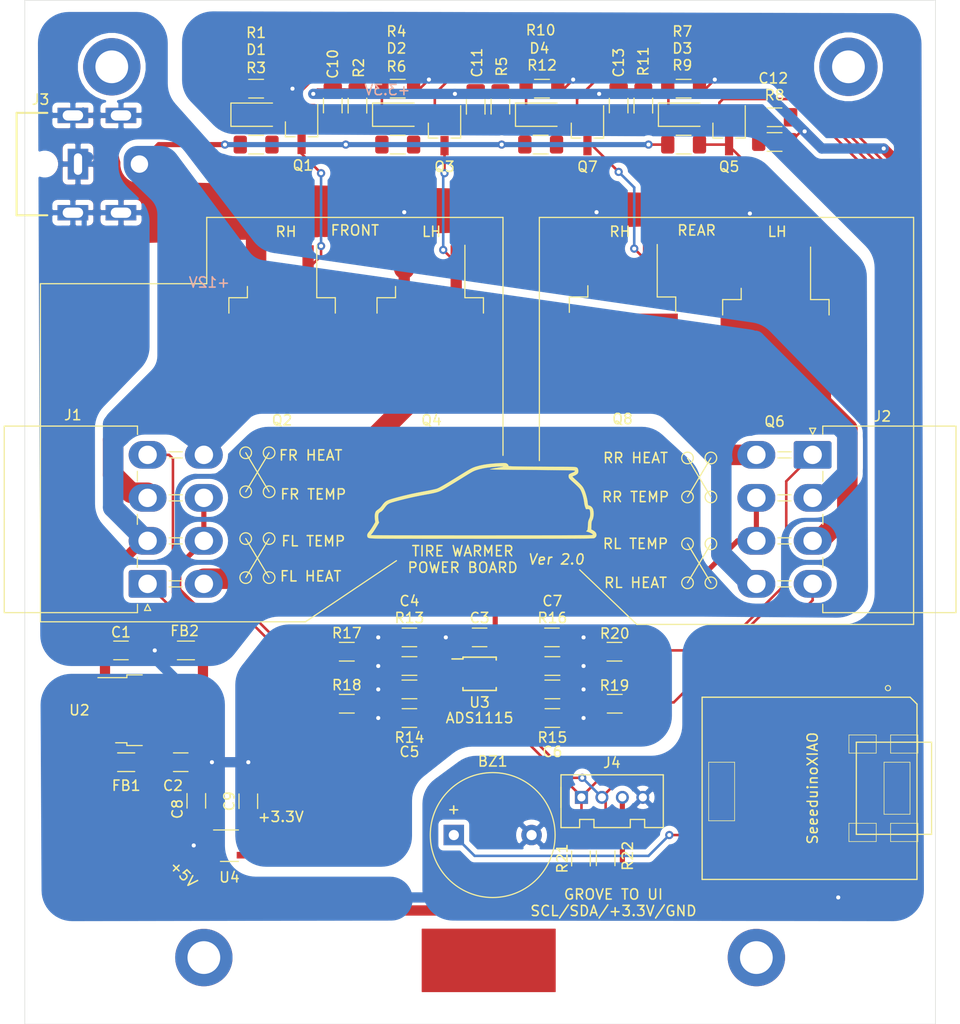
<source format=kicad_pcb>
(kicad_pcb (version 20171130) (host pcbnew "(5.1.10-1-10_14)")
  (title_block (title "Tire Warmer Power board") (date 2022-01-27) (rev 2.0))
  (layers (0 F.Cu signal) (31 B.Cu signal) (35 F.Paste user) (36 B.SilkS user) (37 F.SilkS user) (38 B.Mask user) (39 F.Mask user) (44 Edge.Cuts user))
  (net 0 "")
  (net 1 GND)
  (net 2 "Net-(BZ1-Pad1)")
  (net 3 +12V)
  (net 4 +5V)
  (net 5 "Net-(D1-Pad2)")
  (net 6 "Net-(D1-Pad1)")
  (net 7 "Net-(D2-Pad2)")
  (net 8 "Net-(D2-Pad1)")
  (net 9 "Net-(D3-Pad2)")
  (net 10 "Net-(D3-Pad1)")
  (net 11 "Net-(D4-Pad2)")
  (net 12 "Net-(D4-Pad1)")
  (net 13 +3V3)
  (net 14 "Net-(J1-Pad3)")
  (net 15 "Net-(J2-Pad3)")
  (net 16 "Net-(Q1-Pad3)")
  (net 17 "Net-(Q3-Pad3)")
  (net 18 "Net-(Q5-Pad3)")
  (net 19 "Net-(Q7-Pad3)")
  (net 20 "Net-(J4-Pad2)")
  (net 21 "Net-(J4-Pad1)")
  (net 22 "Net-(FB1-Pad2)")
  (net 23 "Net-(FB2-Pad1)")
  (net 24 "Net-(J1-Pad5)")
  (net 25 "Net-(J2-Pad5)")
  (net 26 "Net-(C4-Pad1)")
  (net 27 "Net-(C5-Pad1)")
  (net 28 "Net-(C6-Pad1)")
  (net 29 "Net-(C7-Pad1)")
  (net 30 +3.3VA)
  (net 31 "Net-(J1-Pad4)")
  (net 32 "Net-(J1-Pad1)")
  (net 33 "Net-(J2-Pad4)")
  (net 34 "Net-(J2-Pad1)")
  (net 35 "Net-(C10-Pad2)")
  (net 36 "Net-(C11-Pad2)")
  (net 37 "Net-(C12-Pad2)")
  (net 38 "Net-(C13-Pad2)")
  (module Symbol:KiCad-Logo2_5mm_Copper (layer F.Cu) (at 96.139 157.226)
    (fp_text reference REF** hide)
    (fp_text value KiCad-Logo2_5mm_Copper hide)
    (fp_poly (pts (xy 6.5 3.1) (xy -6.5 3.1) (xy -6.5 -3) (xy 6.5 -3)) (layer F.Cu) (width 0.1))
  )
  (module logos:civic_logo (layer F.Cu) (at 95.504 112.395)
    (fp_text reference G*** hide)
    (fp_text value LOGO hide)
    (fp_poly (pts (xy 2.560367 1.429662) (xy 2.632378 1.453321) (xy 2.68039 1.503607) (xy 2.709079 1.589403) (xy 2.723126 1.71959) (xy 2.727207 1.90305) (xy 2.72725 1.93175) (xy 2.72725 2.31275) (xy 2.53675 2.31275) (xy 2.53675 2.12225) (xy 2.535153 2.01672) (xy 2.526072 1.95975) (xy 2.503073 1.936408) (xy 2.459718 1.931761) (xy 2.454645 1.93175) (xy 2.408694 1.935131) (xy 2.385375 1.955421) (xy 2.378734 2.007834) (xy 2.382816 2.107588) (xy 2.383208 2.114312) (xy 2.387525 2.217219) (xy 2.381055 2.272846) (xy 2.357788 2.297231) (xy 2.31171 2.306414) (xy 2.311181 2.306475) (xy 2.262725 2.307319) (xy 2.235156 2.285603) (xy 2.218916 2.226577) (xy 2.20827 2.147725) (xy 2.186758 1.906107) (xy 2.18837 1.719381) (xy 2.188745 1.717437) (xy 2.378486 1.717437) (xy 2.388527 1.781729) (xy 2.431227 1.803579) (xy 2.457375 1.80475) (xy 2.51088 1.796547) (xy 2.532913 1.759518) (xy 2.53675 1.692628) (xy 2.521655 1.598771) (xy 2.48592 1.561002) (xy 2.429141 1.56597) (xy 2.391311 1.624246) (xy 2.378486 1.717437) (xy 2.188745 1.717437) (xy 2.214802 1.582665) (xy 2.26775 1.491076) (xy 2.348908 1.439732) (xy 2.459679 1.42375) (xy 2.560367 1.429662)) (layer F.Cu) (width 0.01))
    (fp_poly (pts (xy 3.084437 1.424236) (xy 3.194932 1.428131) (xy 3.281715 1.437762) (xy 3.320576 1.448694) (xy 3.374866 1.515458) (xy 3.402881 1.61368) (xy 3.397274 1.714203) (xy 3.39178 1.731212) (xy 3.377586 1.841924) (xy 3.394495 1.901196) (xy 3.413738 1.984546) (xy 3.421096 2.095284) (xy 3.419741 2.14142) (xy 3.410582 2.23511) (xy 3.391773 2.28288) (xy 3.352996 2.302306) (xy 3.322562 2.306921) (xy 3.268856 2.308839) (xy 3.243423 2.287531) (xy 3.235733 2.227037) (xy 3.23525 2.17458) (xy 3.22852 2.044865) (xy 3.205795 1.968107) (xy 3.163272 1.934944) (xy 3.136603 1.93175) (xy 3.102903 1.939701) (xy 3.084693 1.973095) (xy 3.077457 2.046241) (xy 3.0765 2.12225) (xy 3.0765 2.31275) (xy 2.886 2.31275) (xy 2.886 1.661875) (xy 3.0765 1.661875) (xy 3.088317 1.759094) (xy 3.119103 1.805732) (xy 3.161858 1.797258) (xy 3.202382 1.743337) (xy 3.232343 1.664527) (xy 3.216181 1.604793) (xy 3.185357 1.568892) (xy 3.128307 1.525309) (xy 3.09387 1.535856) (xy 3.078337 1.6037) (xy 3.0765 1.661875) (xy 2.886 1.661875) (xy 2.886 1.42375) (xy 3.084437 1.424236)) (layer F.Cu) (width 0.01))
    (fp_poly (pts (xy -6.104376 0.659663) (xy -5.986317 0.670362) (xy -5.974497 0.671904) (xy -5.710985 0.737202) (xy -5.479176 0.857233) (xy -5.280831 1.030735) (xy -5.117709 1.256444) (xy -5.089949 1.306823) (xy -5.048066 1.392544) (xy -5.021727 1.469456) (xy -5.007405 1.556793) (xy -5.001573 1.673789) (xy -5.00065 1.793875) (xy -5.002634 1.948741) (xy -5.011116 2.061198) (xy -5.029849 2.152276) (xy -5.062585 2.243005) (xy -5.092993 2.311415) (xy -5.222145 2.520022) (xy -5.399809 2.702157) (xy -5.612307 2.844183) (xy -5.642609 2.859391) (xy -5.734381 2.896907) (xy -5.834773 2.921095) (xy -5.962863 2.935323) (xy -6.111875 2.942226) (xy -6.254024 2.943503) (xy -6.377464 2.939148) (xy -6.464965 2.930044) (xy -6.492875 2.922746) (xy -6.505771 2.907637) (xy -6.463824 2.897735) (xy -6.363537 2.892475) (xy -6.299509 2.891481) (xy -6.15482 2.886516) (xy -6.046186 2.870605) (xy -5.946358 2.837751) (xy -5.848369 2.79217) (xy -5.644631 2.659359) (xy -5.470058 2.48467) (xy -5.338826 2.283512) (xy -5.300911 2.197151) (xy -5.252346 2.000586) (xy -5.239724 1.781351) (xy -5.261964 1.562839) (xy -5.317983 1.368444) (xy -5.341578 1.317625) (xy -5.462933 1.136043) (xy -5.62121 0.976893) (xy -5.802775 0.849631) (xy -5.993993 0.763715) (xy -6.181229 0.7286) (xy -6.19125 0.728328) (xy -6.294178 0.721238) (xy -6.378943 0.706575) (xy -6.397625 0.700665) (xy -6.418226 0.682559) (xy -6.387308 0.668598) (xy -6.316764 0.659589) (xy -6.218489 0.656341) (xy -6.104376 0.659663)) (layer F.Cu) (width 0.01))
    (fp_poly (pts (xy -9.97147 2.336708) (xy -9.9695 2.389577) (xy -9.991944 2.494506) (xy -10.062456 2.605929) (xy -10.185809 2.73062) (xy -10.245379 2.781133) (xy -10.396953 2.905125) (xy -10.328552 2.794) (xy -10.277989 2.710387) (xy -10.20991 2.595929) (xy -10.138641 2.474719) (xy -10.135395 2.46916) (xy -10.063651 2.353417) (xy -10.014703 2.293857) (xy -9.98512 2.288837) (xy -9.97147 2.336708)) (layer F.Cu) (width 0.01))
    (fp_poly (pts (xy 2.348356 -2.851427) (xy 2.84536 -2.850013) (xy 3.399232 -2.847314) (xy 3.825875 -2.84468) (xy 4.273871 -2.841551) (xy 4.719891 -2.838121) (xy 5.157647 -2.834456) (xy 5.580851 -2.830622) (xy 5.983216 -2.826685) (xy 6.358453 -2.822711) (xy 6.700277 -2.818766) (xy 7.002399 -2.814916) (xy 7.258532 -2.811227) (xy 7.462388 -2.807765) (xy 7.581686 -2.80525) (xy 8.416497 -2.785143) (xy 8.350366 -2.714749) (xy 8.286509 -2.60329) (xy 8.259047 -2.449588) (xy 8.268893 -2.272273) (xy 8.277841 -2.22464) (xy 8.293078 -2.180534) (xy 8.320405 -2.133349) (xy 8.365622 -2.076484) (xy 8.43453 -2.003334) (xy 8.53293 -1.907296) (xy 8.666623 -1.781766) (xy 8.84141 -1.62014) (xy 8.84318 -1.618508) (xy 9.041389 -1.433782) (xy 9.198026 -1.281356) (xy 9.319652 -1.152108) (xy 9.412823 -1.036917) (xy 9.484098 -0.926661) (xy 9.540037 -0.812219) (xy 9.587197 -0.684468) (xy 9.632138 -0.534287) (xy 9.638067 -0.512974) (xy 9.667828 -0.388511) (xy 9.6674 -0.312022) (xy 9.628613 -0.271923) (xy 9.543302 -0.256627) (xy 9.45583 -0.254487) (xy 9.34113 -0.242536) (xy 9.264947 -0.210942) (xy 9.258589 -0.205304) (xy 9.20925 -0.125332) (xy 9.164731 0.005334) (xy 9.129203 0.17389) (xy 9.124036 0.207606) (xy 9.118804 0.295104) (xy 9.138588 0.356373) (xy 9.192122 0.396646) (xy 9.288137 0.421155) (xy 9.435365 0.435131) (xy 9.510097 0.438924) (xy 9.806125 0.451871) (xy 9.888752 0.674787) (xy 9.926243 0.784098) (xy 9.949678 0.868899) (xy 9.954759 0.913229) (xy 9.953544 0.915538) (xy 9.913942 0.925929) (xy 9.822195 0.937131) (xy 9.689642 0.948445) (xy 9.527621 0.959167) (xy 9.34747 0.968599) (xy 9.160526 0.976039) (xy 8.978127 0.980785) (xy 8.877985 0.982034) (xy 8.532596 0.984249) (xy 8.309733 0.774012) (xy 8.13209 0.624112) (xy 7.953282 0.504964) (xy 7.877247 0.465132) (xy 7.77188 0.418859) (xy 7.678666 0.388599) (xy 7.577067 0.370198) (xy 7.446542 0.359503) (xy 7.330188 0.35449) (xy 7.026908 0.361121) (xy 6.763085 0.407651) (xy 6.525118 0.499095) (xy 6.299404 0.640466) (xy 6.103998 0.806481) (xy 5.889625 1.008704) (xy 0.936625 1.091569) (xy 0.375113 1.100985) (xy -0.172549 1.11021) (xy -0.702659 1.11918) (xy -1.211514 1.127832) (xy -1.695413 1.136099) (xy -2.150654 1.14392) (xy -2.573533 1.151228) (xy -2.960349 1.15796) (xy -3.307399 1.164052) (xy -3.610981 1.169439) (xy -3.867393 1.174057) (xy -4.072933 1.177841) (xy -4.223897 1.180727) (xy -4.316585 1.182652) (xy -4.336821 1.183146) (xy -4.657267 1.191859) (xy -4.850048 0.982798) (xy -5.075814 0.775077) (xy -5.326305 0.61771) (xy -5.608199 0.507872) (xy -5.928171 0.442741) (xy -6.175375 0.422361) (xy -6.515607 0.423442) (xy -6.81141 0.459358) (xy -7.073713 0.53383) (xy -7.313443 0.650582) (xy -7.54153 0.813337) (xy -7.676351 0.933674) (xy -7.928682 1.17475) (xy -8.258529 1.174029) (xy -8.42007 1.171224) (xy -8.608471 1.164076) (xy -8.809376 1.153546) (xy -9.008428 1.140595) (xy -9.191269 1.126183) (xy -9.343542 1.111272) (xy -9.450891 1.096823) (xy -9.471708 1.092827) (xy -9.5372 1.074597) (xy -9.544942 1.060499) (xy -9.49385 1.050437) (xy -9.382842 1.044316) (xy -9.210837 1.042042) (xy -8.976752 1.043519) (xy -8.918054 1.044319) (xy -8.31286 1.053225) (xy -8.334108 0.836175) (xy -8.349271 0.687907) (xy -8.367918 0.5873) (xy -8.401321 0.52414) (xy -8.460753 0.488217) (xy -8.557489 0.469317) (xy -8.702801 0.457228) (xy -8.756589 0.453471) (xy -8.872991 0.442502) (xy -8.956725 0.429266) (xy -8.994896 0.416038) (xy -8.994714 0.411434) (xy -8.951896 0.392004) (xy -8.854535 0.3594) (xy -8.709746 0.315624) (xy -8.524646 0.262681) (xy -8.30635 0.202573) (xy -8.061975 0.137304) (xy -7.798636 0.068877) (xy -7.58825 0.015505) (xy -6.926047 -0.142044) (xy -6.235233 -0.290414) (xy -6.028926 -0.330158) (xy -3.20675 -0.330158) (xy -3.178731 -0.323531) (xy -3.108192 -0.32632) (xy -3.071813 -0.33017) (xy -3.002371 -0.335553) (xy -2.880127 -0.341742) (xy -2.715769 -0.348332) (xy -2.519981 -0.354921) (xy -2.303452 -0.361105) (xy -2.159 -0.364661) (xy -1.762974 -0.374078) (xy -1.354195 -0.384338) (xy -0.9375 -0.395283) (xy -0.517725 -0.406758) (xy -0.099708 -0.418606) (xy 0.311714 -0.43067) (xy 0.711705 -0.442794) (xy 1.095427 -0.454822) (xy 1.458044 -0.466598) (xy 1.794719 -0.477964) (xy 2.100615 -0.488766) (xy 2.370895 -0.498845) (xy 2.600723 -0.508046) (xy 2.78526 -0.516213) (xy 2.919671 -0.523189) (xy 2.999118 -0.528818) (xy 3.019764 -0.532101) (xy 3.020431 -0.535286) (xy 3.6195 -0.535286) (xy 4.056062 -0.554462) (xy 4.179788 -0.559845) (xy 4.358105 -0.56753) (xy 4.58216 -0.577139) (xy 4.843101 -0.588294) (xy 5.132074 -0.600616) (xy 5.440228 -0.613728) (xy 5.75871 -0.627252) (xy 5.984875 -0.636839) (xy 6.463942 -0.657476) (xy 6.883642 -0.676428) (xy 7.248072 -0.694072) (xy 7.561332 -0.710783) (xy 7.82752 -0.726936) (xy 8.050735 -0.742908) (xy 8.235075 -0.759074) (xy 8.384639 -0.775811) (xy 8.503526 -0.793493) (xy 8.595835 -0.812498) (xy 8.665663 -0.8332) (xy 8.71711 -0.855976) (xy 8.754275 -0.881201) (xy 8.76584 -0.891841) (xy 8.813673 -0.95863) (xy 8.827866 -1.034583) (xy 8.805656 -1.124274) (xy 8.744281 -1.232279) (xy 8.640977 -1.363171) (xy 8.492982 -1.521525) (xy 8.297533 -1.711915) (xy 8.235265 -1.770342) (xy 7.989767 -1.994755) (xy 7.78085 -2.175634) (xy 7.60323 -2.317193) (xy 7.451627 -2.423646) (xy 7.323582 -2.497781) (xy 7.259667 -2.525342) (xy 7.181492 -2.549024) (xy 7.084212 -2.569105) (xy 6.962986 -2.585866) (xy 6.81297 -2.599583) (xy 6.629322 -2.610536) (xy 6.407198 -2.619004) (xy 6.141755 -2.625264) (xy 5.828152 -2.629596) (xy 5.461544 -2.632278) (xy 5.037089 -2.633588) (xy 4.960937 -2.633692) (xy 3.6195 -2.63525) (xy 3.6195 -0.535286) (xy 3.020431 -0.535286) (xy 3.027201 -0.567577) (xy 3.038911 -0.657112) (xy 3.054044 -0.791473) (xy 3.071751 -0.961426) (xy 3.091185 -1.157736) (xy 3.111496 -1.37117) (xy 3.131836 -1.592494) (xy 3.151356 -1.812473) (xy 3.169207 -2.021875) (xy 3.184541 -2.211465) (xy 3.196509 -2.372009) (xy 3.204263 -2.494274) (xy 3.206953 -2.568749) (xy 3.20675 -2.676873) (xy 1.928812 -2.656591) (xy 1.526086 -2.64948) (xy 1.181073 -2.641602) (xy 0.88799 -2.6325) (xy 0.641049 -2.621717) (xy 0.434467 -2.608797) (xy 0.262457 -2.593283) (xy 0.119234 -2.574718) (xy -0.000986 -2.552644) (xy -0.10399 -2.526606) (xy -0.195562 -2.496147) (xy -0.219482 -2.486945) (xy -0.452564 -2.381266) (xy -0.721268 -2.234164) (xy -1.027429 -2.044489) (xy -1.372882 -1.811088) (xy -1.759462 -1.532811) (xy -1.865597 -1.453966) (xy -2.065211 -1.302622) (xy -2.266837 -1.145763) (xy -2.464163 -0.988679) (xy -2.650874 -0.836663) (xy -2.820657 -0.695003) (xy -2.967198 -0.568991) (xy -3.084183 -0.463916) (xy -3.165299 -0.385071) (xy -3.204232 -0.337744) (xy -3.20675 -0.330158) (xy -6.028926 -0.330158) (xy -5.550672 -0.422291) (xy -5.254625 -0.47419) (xy -5.06273 -0.507421) (xy -4.884592 -0.539592) (xy -4.732924 -0.568307) (xy -4.620437 -0.591169) (xy -4.565232 -0.60418) (xy -4.481274 -0.621549) (xy -4.426872 -0.609408) (xy -4.383402 -0.573402) (xy -4.283648 -0.502077) (xy -4.13984 -0.436441) (xy -3.97135 -0.385198) (xy -3.957328 -0.381969) (xy -3.925998 -0.37574) (xy -3.89515 -0.374073) (xy -3.859484 -0.380028) (xy -3.813699 -0.396665) (xy -3.752496 -0.427044) (xy -3.670575 -0.474225) (xy -3.562636 -0.541269) (xy -3.423378 -0.631235) (xy -3.247504 -0.747183) (xy -3.029712 -0.892173) (xy -2.764702 -1.069266) (xy -2.75045 -1.078796) (xy -2.338973 -1.354519) (xy -1.978825 -1.59715) (xy -1.668018 -1.808089) (xy -1.404566 -1.988734) (xy -1.186482 -2.140486) (xy -1.011779 -2.264746) (xy -0.87847 -2.362912) (xy -0.78457 -2.436386) (xy -0.72809 -2.486566) (xy -0.707044 -2.514854) (xy -0.707073 -2.518628) (xy -0.743509 -2.543887) (xy -0.819993 -2.562255) (xy -0.851781 -2.565639) (xy -0.933341 -2.577491) (xy -0.979998 -2.59559) (xy -0.98425 -2.602774) (xy -0.955136 -2.63014) (xy -0.876656 -2.663675) (xy -0.762105 -2.699257) (xy -0.624778 -2.732763) (xy -0.477968 -2.760069) (xy -0.47625 -2.760335) (xy -0.348445 -2.778091) (xy -0.206497 -2.793723) (xy -0.046521 -2.807309) (xy 0.135367 -2.818923) (xy 0.343049 -2.828642) (xy 0.580411 -2.836542) (xy 0.851337 -2.8427) (xy 1.15971 -2.847191) (xy 1.509415 -2.850092) (xy 1.904335 -2.851478) (xy 2.348356 -2.851427)) (layer F.Cu) (width 0.01))
    (fp_poly (pts (xy 7.466112 0.670385) (xy 7.573989 0.680192) (xy 7.66552 0.702864) (xy 7.764221 0.742841) (xy 7.801589 0.760216) (xy 8.031829 0.901361) (xy 8.216245 1.080612) (xy 8.352646 1.28994) (xy 8.438841 1.521316) (xy 8.472639 1.766708) (xy 8.451847 2.018089) (xy 8.374275 2.267428) (xy 8.266787 2.464688) (xy 8.097215 2.666244) (xy 7.889688 2.816987) (xy 7.643921 2.917095) (xy 7.488896 2.951199) (xy 7.382516 2.967589) (xy 7.303553 2.978126) (xy 7.27075 2.980525) (xy 7.232744 2.973666) (xy 7.153704 2.960103) (xy 7.100958 2.951203) (xy 6.988968 2.929265) (xy 6.940096 2.911834) (xy 6.954101 2.899177) (xy 7.030745 2.891566) (xy 7.156299 2.88925) (xy 7.309428 2.883809) (xy 7.427339 2.863974) (xy 7.537655 2.824473) (xy 7.567587 2.810764) (xy 7.790697 2.678037) (xy 7.964748 2.511139) (xy 8.098926 2.301186) (xy 8.102854 2.293272) (xy 8.156091 2.177934) (xy 8.187516 2.082883) (xy 8.202708 1.982333) (xy 8.207249 1.850503) (xy 8.207375 1.810417) (xy 8.203734 1.659377) (xy 8.189723 1.546701) (xy 8.160706 1.447509) (xy 8.123708 1.361439) (xy 7.984158 1.13052) (xy 7.804086 0.948) (xy 7.612275 0.826651) (xy 7.499066 0.775046) (xy 7.399656 0.745349) (xy 7.286864 0.731599) (xy 7.162491 0.728018) (xy 7.03318 0.724259) (xy 6.96648 0.715706) (xy 6.961674 0.702247) (xy 6.969125 0.6985) (xy 7.028586 0.685966) (xy 7.132859 0.675912) (xy 7.263262 0.669914) (xy 7.318375 0.669006) (xy 7.466112 0.670385)) (layer F.Cu) (width 0.01))
    (fp_poly (pts (xy -3.110398 1.5258) (xy -3.039542 1.552398) (xy -2.993969 1.60809) (xy -2.968413 1.702168) (xy -2.957609 1.843929) (xy -2.956 1.970564) (xy -2.960852 2.146893) (xy -2.979168 2.269434) (xy -3.016595 2.347415) (xy -3.078777 2.390064) (xy -3.171359 2.406611) (xy -3.223571 2.408) (xy -3.324141 2.399609) (xy -3.390083 2.367003) (xy -3.429946 2.324343) (xy -3.461941 2.274381) (xy -3.481729 2.213149) (xy -3.492036 2.124852) (xy -3.493481 2.071545) (xy -3.301547 2.071545) (xy -3.292551 2.187262) (xy -3.270457 2.253236) (xy -3.233849 2.275927) (xy -3.216804 2.274737) (xy -3.19112 2.261716) (xy -3.17492 2.226764) (xy -3.166141 2.158071) (xy -3.162721 2.043829) (xy -3.162375 1.963065) (xy -3.163337 1.822996) (xy -3.167878 1.73463) (xy -3.178484 1.686181) (xy -3.19764 1.66586) (xy -3.225875 1.661875) (xy -3.258684 1.668141) (xy -3.278877 1.695665) (xy -3.290472 1.757538) (xy -3.297487 1.866849) (xy -3.298857 1.899626) (xy -3.301547 2.071545) (xy -3.493481 2.071545) (xy -3.495592 1.993694) (xy -3.49575 1.943343) (xy -3.490748 1.77047) (xy -3.471529 1.651161) (xy -3.431774 1.57597) (xy -3.365162 1.535454) (xy -3.265374 1.520168) (xy -3.211801 1.518999) (xy -3.110398 1.5258)) (layer F.Cu) (width 0.01))
    (fp_poly (pts (xy 1.010607 1.461484) (xy 1.039091 1.484478) (xy 1.038566 1.511062) (xy 1.001942 1.557986) (xy 0.948925 1.577604) (xy 0.846856 1.611413) (xy 0.795464 1.674584) (xy 0.7905 1.707888) (xy 0.804776 1.744819) (xy 0.857962 1.751319) (xy 0.887002 1.747838) (xy 0.989447 1.751496) (xy 1.058216 1.800786) (xy 1.096622 1.900176) (xy 1.108 2.045995) (xy 1.104671 2.160956) (xy 1.091187 2.231131) (xy 1.0623 2.275045) (xy 1.037435 2.295074) (xy 0.935852 2.336192) (xy 0.817939 2.3421) (xy 0.710967 2.313826) (xy 0.6635 2.281) (xy 0.630562 2.237528) (xy 0.611162 2.177836) (xy 0.602061 2.08565) (xy 0.600996 2.021708) (xy 0.7905 2.021708) (xy 0.79455 2.115764) (xy 0.804839 2.181265) (xy 0.811666 2.196333) (xy 0.866627 2.217112) (xy 0.913993 2.186318) (xy 0.924418 2.161937) (xy 0.930359 2.094036) (xy 0.926103 2.000662) (xy 0.924647 1.987312) (xy 0.906413 1.904711) (xy 0.872335 1.871128) (xy 0.850526 1.86825) (xy 0.81385 1.878073) (xy 0.795878 1.91783) (xy 0.790575 2.002947) (xy 0.7905 2.021708) (xy 0.600996 2.021708) (xy 0.6 1.961923) (xy 0.610892 1.763695) (xy 0.646123 1.619751) (xy 0.709522 1.52428) (xy 0.804916 1.471468) (xy 0.933615 1.4555) (xy 1.010607 1.461484)) (layer F.Cu) (width 0.01))
    (fp_poly (pts (xy -1.741354 1.493066) (xy -1.701726 1.50441) (xy -1.687554 1.527179) (xy -1.686 1.549465) (xy -1.703971 1.600082) (xy -1.765375 1.61425) (xy -1.84475 1.61425) (xy -1.84475 2.37625) (xy -2.03525 2.37625) (xy -2.03525 1.61425) (xy -2.132829 1.614249) (xy -2.20143 1.605994) (xy -2.221547 1.575461) (xy -2.21979 1.558687) (xy -2.204856 1.530409) (xy -2.164845 1.512239) (xy -2.087265 1.501206) (xy -1.959629 1.494337) (xy -1.947587 1.493903) (xy -1.819091 1.490459) (xy -1.741354 1.493066)) (layer F.Cu) (width 0.01))
    (fp_poly (pts (xy 3.977032 1.43427) (xy 4.005187 1.454781) (xy 4.042091 1.485938) (xy 4.066783 1.518696) (xy 4.081716 1.565628) (xy 4.089344 1.63931) (xy 4.092121 1.752318) (xy 4.0925 1.902304) (xy 4.0925 2.281) (xy 3.902 2.281) (xy 3.902 2.0905) (xy 3.900319 1.984922) (xy 3.891135 1.927921) (xy 3.868235 1.904585) (xy 3.825407 1.900004) (xy 3.822625 1.9) (xy 3.778306 1.904141) (xy 3.754567 1.9266) (xy 3.745014 1.982427) (xy 3.74325 2.086674) (xy 3.74325 2.086798) (xy 3.74108 2.191971) (xy 3.730334 2.250003) (xy 3.704652 2.277213) (xy 3.664621 2.288628) (xy 3.598982 2.294201) (xy 3.569371 2.287037) (xy 3.562721 2.250455) (xy 3.557338 2.163864) (xy 3.553822 2.040755) (xy 3.55275 1.9141) (xy 3.556355 1.72704) (xy 3.558996 1.701562) (xy 3.743736 1.701562) (xy 3.750406 1.773196) (xy 3.781062 1.801073) (xy 3.822625 1.80475) (xy 3.873619 1.79789) (xy 3.896386 1.765446) (xy 3.901962 1.689621) (xy 3.902 1.676753) (xy 3.890428 1.577178) (xy 3.854222 1.530528) (xy 3.85117 1.529252) (xy 3.794319 1.533848) (xy 3.757216 1.593722) (xy 3.743736 1.701562) (xy 3.558996 1.701562) (xy 3.5702 1.593483) (xy 3.598826 1.50369) (xy 3.646778 1.447921) (xy 3.718598 1.416435) (xy 3.791199 1.402851) (xy 3.895481 1.400817) (xy 3.977032 1.43427)) (layer F.Cu) (width 0.01))
    (fp_poly (pts (xy 0.346 1.693625) (xy 0.348494 1.819229) (xy 0.35751 1.892958) (xy 0.375342 1.926294) (xy 0.393625 1.93175) (xy 0.43241 1.958219) (xy 0.44125 1.99525) (xy 0.421397 2.046964) (xy 0.393625 2.05875) (xy 0.362234 2.077448) (xy 0.347936 2.141026) (xy 0.346 2.201625) (xy 0.343238 2.289481) (xy 0.327296 2.331092) (xy 0.286684 2.343692) (xy 0.25075 2.3445) (xy 0.192179 2.340358) (xy 0.164438 2.316444) (xy 0.156038 2.255526) (xy 0.1555 2.201625) (xy 0.1555 2.05875) (xy -0.00325 2.05875) (xy -0.092662 2.053893) (xy -0.144101 2.034326) (xy -0.157413 1.992551) (xy -0.136174 1.93175) (xy -0.042304 1.93175) (xy 0.056598 1.93175) (xy 0.116353 1.928215) (xy 0.145346 1.906375) (xy 0.154692 1.849375) (xy 0.1555 1.78181) (xy 0.154881 1.704976) (xy 0.148317 1.668381) (xy 0.128744 1.675147) (xy 0.089098 1.728398) (xy 0.022315 1.831255) (xy 0.013842 1.844437) (xy -0.042304 1.93175) (xy -0.136174 1.93175) (xy -0.132443 1.92107) (xy -0.069039 1.812387) (xy 0.004092 1.701562) (xy 0.087071 1.582785) (xy 0.147721 1.508816) (xy 0.196146 1.469868) (xy 0.242446 1.456156) (xy 0.258102 1.4555) (xy 0.346 1.4555) (xy 0.346 1.693625)) (layer F.Cu) (width 0.01))
    (fp_poly (pts (xy 4.627309 1.403694) (xy 4.704336 1.437277) (xy 4.709357 1.441892) (xy 4.750369 1.509374) (xy 4.75925 1.553017) (xy 4.738633 1.603006) (xy 4.694877 1.610751) (xy 4.655124 1.572794) (xy 4.652518 1.566624) (xy 4.608716 1.530922) (xy 4.537996 1.518999) (xy 4.44175 1.519) (xy 4.44175 1.8365) (xy 4.44273 1.981309) (xy 4.44711 2.074047) (xy 4.457053 2.12613) (xy 4.474719 2.148975) (xy 4.501853 2.154) (xy 4.561503 2.130692) (xy 4.581199 2.103852) (xy 4.589046 2.03961) (xy 4.577708 1.966816) (xy 4.55351 1.912535) (xy 4.533558 1.9) (xy 4.510548 1.873377) (xy 4.50525 1.8365) (xy 4.5159 1.794955) (xy 4.558945 1.776595) (xy 4.63225 1.773) (xy 4.75925 1.773) (xy 4.76428 1.907937) (xy 4.766226 2.039091) (xy 4.757949 2.125025) (xy 4.736145 2.18364) (xy 4.705971 2.223746) (xy 4.631844 2.265788) (xy 4.526056 2.282747) (xy 4.415258 2.274679) (xy 4.326102 2.241637) (xy 4.303795 2.222937) (xy 4.279042 2.182451) (xy 4.263144 2.118463) (xy 4.254461 2.018632) (xy 4.251349 1.870619) (xy 4.25125 1.827862) (xy 4.252225 1.676578) (xy 4.256734 1.575773) (xy 4.267154 1.512438) (xy 4.285859 1.473563) (xy 4.315226 1.44614) (xy 4.321814 1.441425) (xy 4.409567 1.405737) (xy 4.520225 1.39317) (xy 4.627309 1.403694)) (layer F.Cu) (width 0.01))
    (fp_poly (pts (xy -0.38658 1.494876) (xy -0.307626 1.523429) (xy -0.268295 1.581414) (xy -0.257263 1.677341) (xy -0.25725 1.681997) (xy -0.266218 1.757291) (xy -0.298719 1.834569) (xy -0.363155 1.93057) (xy -0.416 1.99835) (xy -0.490383 2.094147) (xy -0.546097 2.171833) (xy -0.573469 2.217738) (xy -0.57475 2.222703) (xy -0.546037 2.237242) (xy -0.471969 2.246885) (xy -0.400125 2.24925) (xy -0.291165 2.254459) (xy -0.236324 2.271511) (xy -0.2255 2.292452) (xy -0.255082 2.320605) (xy -0.335169 2.345348) (xy -0.452771 2.364195) (xy -0.5949 2.374663) (xy -0.662063 2.375974) (xy -0.733235 2.369685) (xy -0.761022 2.338552) (xy -0.76525 2.283776) (xy -0.743716 2.199575) (xy -0.676623 2.089222) (xy -0.611548 2.005963) (xy -0.510311 1.874884) (xy -0.453019 1.775647) (xy -0.435558 1.698587) (xy -0.45348 1.634634) (xy -0.503961 1.594722) (xy -0.575021 1.584227) (xy -0.637428 1.603791) (xy -0.658519 1.630125) (xy -0.692906 1.667919) (xy -0.737737 1.676316) (xy -0.764536 1.651637) (xy -0.76525 1.643912) (xy -0.751335 1.590308) (xy -0.732383 1.548662) (xy -0.700387 1.512338) (xy -0.642966 1.49354) (xy -0.542973 1.487391) (xy -0.516483 1.487249) (xy -0.38658 1.494876)) (layer F.Cu) (width 0.01))
    (fp_poly (pts (xy -2.321923 1.493116) (xy -2.306301 1.516386) (xy -2.29659 1.56753) (xy -2.29143 1.65653) (xy -2.289463 1.793372) (xy -2.28925 1.896112) (xy -2.291407 2.084175) (xy -2.29831 2.215835) (xy -2.310606 2.29806) (xy -2.328946 2.337813) (xy -2.330513 2.339219) (xy -2.3945 2.367613) (xy -2.491961 2.388091) (xy -2.592976 2.396414) (xy -2.667626 2.388339) (xy -2.67025 2.387382) (xy -2.721832 2.35886) (xy -2.757577 2.313022) (xy -2.780202 2.239305) (xy -2.792427 2.127144) (xy -2.796971 1.965975) (xy -2.79725 1.893931) (xy -2.79725 1.519) (xy -2.608766 1.519) (xy -2.599821 1.892062) (xy -2.594583 2.055033) (xy -2.587156 2.164142) (xy -2.57608 2.229024) (xy -2.559893 2.259313) (xy -2.54325 2.265125) (xy -2.521955 2.254551) (xy -2.50701 2.216348) (xy -2.496902 2.140795) (xy -2.490117 2.018168) (xy -2.486585 1.901192) (xy -2.480567 1.731818) (xy -2.470141 1.615957) (xy -2.451886 1.543632) (xy -2.42238 1.504863) (xy -2.378201 1.489673) (xy -2.344813 1.487736) (xy -2.321923 1.493116)) (layer F.Cu) (width 0.01))
    (fp_poly (pts (xy -3.827872 1.529628) (xy -3.728937 1.565553) (xy -3.674001 1.63283) (xy -3.654807 1.737516) (xy -3.6545 1.757051) (xy -3.661232 1.846264) (xy -3.678159 1.905966) (xy -3.686591 1.916085) (xy -3.696204 1.955043) (xy -3.670716 2.004398) (xy -3.640205 2.0826) (xy -3.624025 2.197) (xy -3.622751 2.240439) (xy -3.624545 2.337695) (xy -3.635974 2.387405) (xy -3.666104 2.405522) (xy -3.718 2.408) (xy -3.776957 2.403731) (xy -3.804618 2.379336) (xy -3.812787 2.317432) (xy -3.813251 2.267721) (xy -3.820133 2.138543) (xy -3.843315 2.062345) (xy -3.886598 2.029848) (xy -3.911897 2.027) (xy -3.945597 2.034951) (xy -3.963807 2.068345) (xy -3.971043 2.141491) (xy -3.972 2.2175) (xy -3.972 2.408) (xy -4.1625 2.408) (xy -4.1625 1.773) (xy -3.972 1.773) (xy -3.966345 1.856642) (xy -3.944309 1.893456) (xy -3.911897 1.9) (xy -3.853902 1.880732) (xy -3.835793 1.8583) (xy -3.826195 1.780067) (xy -3.846049 1.703687) (xy -3.886568 1.653576) (xy -3.912202 1.645999) (xy -3.951613 1.658082) (xy -3.968951 1.704994) (xy -3.972 1.773) (xy -4.1625 1.773) (xy -4.1625 1.519) (xy -3.979065 1.518999) (xy -3.827872 1.529628)) (layer F.Cu) (width 0.01))
    (fp_poly (pts (xy -1.283451 1.488963) (xy -1.216539 1.496688) (xy -1.185935 1.514306) (xy -1.178062 1.545695) (xy -1.178 1.55075) (xy -1.188651 1.592294) (xy -1.231696 1.610654) (xy -1.305 1.61425) (xy -1.386291 1.617342) (xy -1.422413 1.638638) (xy -1.431695 1.696163) (xy -1.432 1.739141) (xy -1.427147 1.820855) (xy -1.404071 1.859044) (xy -1.35 1.873447) (xy -1.344688 1.874078) (xy -1.277596 1.897298) (xy -1.257375 1.93175) (xy -1.285793 1.971615) (xy -1.344688 1.989421) (xy -1.401425 2.002892) (xy -1.426267 2.038758) (xy -1.431986 2.116759) (xy -1.432 2.124358) (xy -1.428856 2.204299) (xy -1.4072 2.239821) (xy -1.348704 2.248949) (xy -1.305 2.24925) (xy -1.221912 2.254575) (xy -1.185191 2.276097) (xy -1.178 2.31275) (xy -1.183997 2.346121) (xy -1.211037 2.365239) (xy -1.272698 2.373983) (xy -1.382559 2.376232) (xy -1.40025 2.37625) (xy -1.6225 2.37625) (xy -1.6225 1.48725) (xy -1.40025 1.48725) (xy -1.283451 1.488963)) (layer F.Cu) (width 0.01))
    (fp_poly (pts (xy 1.907354 1.446999) (xy 1.944522 1.465275) (xy 2.006572 1.522017) (xy 2.038481 1.58217) (xy 2.035356 1.629019) (xy 1.997424 1.645999) (xy 1.939135 1.621765) (xy 1.921202 1.596248) (xy 1.874953 1.558779) (xy 1.814618 1.556561) (xy 1.727125 1.566625) (xy 1.717926 1.865596) (xy 1.717543 2.033863) (xy 1.729537 2.143409) (xy 1.755257 2.198051) (xy 1.796054 2.201605) (xy 1.829247 2.180046) (xy 1.859467 2.127791) (xy 1.870563 2.053635) (xy 1.863207 1.981886) (xy 1.838073 1.936851) (xy 1.822375 1.93175) (xy 1.780234 1.90847) (xy 1.77475 1.888279) (xy 1.802292 1.858284) (xy 1.868177 1.832188) (xy 1.94729 1.816255) (xy 2.014518 1.81675) (xy 2.033709 1.82369) (xy 2.053742 1.867609) (xy 2.061069 1.951822) (xy 2.056863 2.054656) (xy 2.042294 2.15444) (xy 2.018536 2.229501) (xy 2.011074 2.242185) (xy 1.968936 2.285148) (xy 1.907231 2.306457) (xy 1.805377 2.3127) (xy 1.790625 2.31275) (xy 1.683015 2.30778) (xy 1.61785 2.288478) (xy 1.574549 2.248257) (xy 1.570175 2.242185) (xy 1.544224 2.183463) (xy 1.528491 2.089779) (xy 1.521469 1.949678) (xy 1.52075 1.866106) (xy 1.522563 1.71862) (xy 1.529524 1.620791) (xy 1.543918 1.558841) (xy 1.568026 1.518994) (xy 1.580312 1.506688) (xy 1.677958 1.452102) (xy 1.796486 1.431123) (xy 1.907354 1.446999)) (layer F.Cu) (width 0.01))
    (fp_poly (pts (xy 5.261002 1.3948) (xy 5.330112 1.404871) (xy 5.359259 1.424715) (xy 5.3625 1.439625) (xy 5.341528 1.47274) (xy 5.272011 1.486385) (xy 5.2355 1.48725) (xy 5.1085 1.48725) (xy 5.1085 1.628016) (xy 5.112086 1.715891) (xy 5.130015 1.758941) (xy 5.173037 1.775738) (xy 5.195812 1.778828) (xy 5.262904 1.802048) (xy 5.283125 1.8365) (xy 5.254707 1.876365) (xy 5.195812 1.894171) (xy 5.139075 1.907642) (xy 5.114233 1.943508) (xy 5.108514 2.021509) (xy 5.1085 2.029108) (xy 5.111644 2.109049) (xy 5.1333 2.144571) (xy 5.191796 2.153699) (xy 5.2355 2.154) (xy 5.318588 2.159325) (xy 5.355309 2.180847) (xy 5.3625 2.2175) (xy 5.356503 2.250871) (xy 5.329463 2.269989) (xy 5.267802 2.278733) (xy 5.157941 2.280982) (xy 5.14025 2.281) (xy 4.918 2.281) (xy 4.918 1.392) (xy 5.14025 1.392) (xy 5.261002 1.3948)) (layer F.Cu) (width 0.01))
  )
  (module MountingHole:MountingHole_3.2mm_M3_DIN965_Pad_TopBottom (layer F.Cu) (at 122.3 157)
    (fp_text reference REF** hide)
    (fp_text value MountingHole_3.2mm_M3_DIN965_Pad_TopBottom)
    (pad 1 connect circle (at 0 0) (size 5.6 5.6) (layers B.Cu B.Mask))
    (pad 1 connect circle (at 0 0) (size 5.6 5.6) (layers F.Cu F.Mask))
    (pad 1 thru_hole circle (at 0 0) (size 3.6 3.6) (drill 3.2) (layers *.Cu *.Mask))
  )
  (module MountingHole:MountingHole_3.2mm_M3_DIN965_Pad_TopBottom (layer F.Cu) (at 68.3 157)
    (fp_text reference REF** hide)
    (fp_text value MountingHole_3.2mm_M3_DIN965_Pad_TopBottom)
    (pad 1 connect circle (at 0 0) (size 5.6 5.6) (layers B.Cu B.Mask))
    (pad 1 connect circle (at 0 0) (size 5.6 5.6) (layers F.Cu F.Mask))
    (pad 1 thru_hole circle (at 0 0) (size 3.6 3.6) (drill 3.2) (layers *.Cu *.Mask))
  )
  (module MountingHole:MountingHole_3.2mm_M3_DIN965_Pad_TopBottom (layer F.Cu) (at 59.3 70)
    (fp_text reference REF** hide)
    (fp_text value MountingHole_3.2mm_M3_DIN965_Pad_TopBottom)
    (pad 1 connect circle (at 0 0) (size 5.6 5.6) (layers B.Cu B.Mask))
    (pad 1 connect circle (at 0 0) (size 5.6 5.6) (layers F.Cu F.Mask))
    (pad 1 thru_hole circle (at 0 0) (size 3.6 3.6) (drill 3.2) (layers *.Cu *.Mask))
  )
  (module Capacitor_SMD:C_1206_3216Metric_Pad1.33x1.80mm_HandSolder (layer F.Cu) (at 108.839 73.787 270)
    (fp_text reference C13 (at -4.191 0 90) (layer F.SilkS))
    (fp_text value 1u)
    (pad 2 smd roundrect (at 1.5625 0 270) (size 1.325 1.8) (layers F.Cu F.Paste F.Mask) (roundrect_rratio 0.1886784905660377) (net 38 "Net-(C13-Pad2)"))
    (pad 1 smd roundrect (at -1.5625 0 270) (size 1.325 1.8) (layers F.Cu F.Paste F.Mask) (roundrect_rratio 0.1886784905660377) (net 13 +3V3))
  )
  (module Capacitor_SMD:C_1206_3216Metric_Pad1.33x1.80mm_HandSolder (layer F.Cu) (at 124.079 74.93 180)
    (fp_text reference C12 (at 0.127 3.81) (layer F.SilkS))
    (fp_text value 1u)
    (pad 2 smd roundrect (at 1.5625 0 180) (size 1.325 1.8) (layers F.Cu F.Paste F.Mask) (roundrect_rratio 0.1886784905660377) (net 37 "Net-(C12-Pad2)"))
    (pad 1 smd roundrect (at -1.5625 0 180) (size 1.325 1.8) (layers F.Cu F.Paste F.Mask) (roundrect_rratio 0.1886784905660377) (net 13 +3V3))
  )
  (module Capacitor_SMD:C_1206_3216Metric_Pad1.33x1.80mm_HandSolder (layer F.Cu) (at 94.869 73.914 270)
    (fp_text reference C11 (at -4.318 -0.127 90) (layer F.SilkS))
    (fp_text value 1u)
    (pad 2 smd roundrect (at 1.5625 0 270) (size 1.325 1.8) (layers F.Cu F.Paste F.Mask) (roundrect_rratio 0.1886784905660377) (net 36 "Net-(C11-Pad2)"))
    (pad 1 smd roundrect (at -1.5625 0 270) (size 1.325 1.8) (layers F.Cu F.Paste F.Mask) (roundrect_rratio 0.1886784905660377) (net 13 +3V3))
  )
  (module Capacitor_SMD:C_1206_3216Metric_Pad1.33x1.80mm_HandSolder (layer F.Cu) (at 80.899 73.787 270)
    (fp_text reference C10 (at -4.064 0 90) (layer F.SilkS))
    (fp_text value 1u)
    (pad 2 smd roundrect (at 1.5625 0 270) (size 1.325 1.8) (layers F.Cu F.Paste F.Mask) (roundrect_rratio 0.1886784905660377) (net 35 "Net-(C10-Pad2)"))
    (pad 1 smd roundrect (at -1.5625 0 270) (size 1.325 1.8) (layers F.Cu F.Paste F.Mask) (roundrect_rratio 0.1886784905660377) (net 13 +3V3))
  )
  (module Package_TO_SOT_SMD:SOT-23_Handsoldering (layer F.Cu) (at 105.791 76.2 270)
    (fp_text reference Q7 (at 3.556 0) (layer F.SilkS))
    (fp_text value BSS138)
    (pad 3 smd rect (at 1.5 0 270) (size 1.9 0.8) (layers F.Cu F.Paste F.Mask) (net 19 "Net-(Q7-Pad3)"))
    (pad 2 smd rect (at -1.5 0.95 270) (size 1.9 0.8) (layers F.Cu F.Paste F.Mask) (net 11 "Net-(D4-Pad2)"))
    (pad 1 smd rect (at -1.5 -0.95 270) (size 1.9 0.8) (layers F.Cu F.Paste F.Mask) (net 38 "Net-(C13-Pad2)"))
  )
  (module Package_TO_SOT_SMD:SOT-23_Handsoldering (layer F.Cu) (at 119.634 76.2 270)
    (fp_text reference Q5 (at 3.556 0) (layer F.SilkS))
    (fp_text value BSS138)
    (pad 3 smd rect (at 1.5 0 270) (size 1.9 0.8) (layers F.Cu F.Paste F.Mask) (net 18 "Net-(Q5-Pad3)"))
    (pad 2 smd rect (at -1.5 0.95 270) (size 1.9 0.8) (layers F.Cu F.Paste F.Mask) (net 9 "Net-(D3-Pad2)"))
    (pad 1 smd rect (at -1.5 -0.95 270) (size 1.9 0.8) (layers F.Cu F.Paste F.Mask) (net 37 "Net-(C12-Pad2)"))
  )
  (module Package_TO_SOT_SMD:SOT-23_Handsoldering (layer F.Cu) (at 91.821 76.2 270)
    (fp_text reference Q3 (at 3.556 0) (layer F.SilkS))
    (fp_text value BSS138)
    (pad 3 smd rect (at 1.5 0 270) (size 1.9 0.8) (layers F.Cu F.Paste F.Mask) (net 17 "Net-(Q3-Pad3)"))
    (pad 2 smd rect (at -1.5 0.95 270) (size 1.9 0.8) (layers F.Cu F.Paste F.Mask) (net 7 "Net-(D2-Pad2)"))
    (pad 1 smd rect (at -1.5 -0.95 270) (size 1.9 0.8) (layers F.Cu F.Paste F.Mask) (net 36 "Net-(C11-Pad2)"))
  )
  (module Package_TO_SOT_SMD:SOT-23_Handsoldering (layer F.Cu) (at 77.851 76.073 270)
    (fp_text reference Q1 (at 3.556 -0.127) (layer F.SilkS))
    (fp_text value BSS138)
    (pad 3 smd rect (at 1.5 0 270) (size 1.9 0.8) (layers F.Cu F.Paste F.Mask) (net 16 "Net-(Q1-Pad3)"))
    (pad 2 smd rect (at -1.5 0.95 270) (size 1.9 0.8) (layers F.Cu F.Paste F.Mask) (net 5 "Net-(D1-Pad2)"))
    (pad 1 smd rect (at -1.5 -0.95 270) (size 1.9 0.8) (layers F.Cu F.Paste F.Mask) (net 35 "Net-(C10-Pad2)"))
  )
  (module Resistor_SMD:R_1206_3216Metric_Pad1.30x1.75mm_HandSolder (layer F.Cu) (at 107.569 147.294 90)
    (fp_text reference R22 (at 0.228 2.159 90) (layer F.SilkS))
    (fp_text value 1k)
    (pad 2 smd roundrect (at 1.55 0 90) (size 1.3 1.75) (layers F.Cu F.Paste F.Mask) (roundrect_rratio 0.1923076923076923) (net 20 "Net-(J4-Pad2)"))
    (pad 1 smd roundrect (at -1.55 0 90) (size 1.3 1.75) (layers F.Cu F.Paste F.Mask) (roundrect_rratio 0.1923076923076923) (net 13 +3V3))
  )
  (module Resistor_SMD:R_1206_3216Metric_Pad1.30x1.75mm_HandSolder (layer F.Cu) (at 105.156 147.32 90)
    (fp_text reference R21 (at 0 -1.82 90) (layer F.SilkS))
    (fp_text value 1k)
    (pad 2 smd roundrect (at 1.55 0 90) (size 1.3 1.75) (layers F.Cu F.Paste F.Mask) (roundrect_rratio 0.1923076923076923) (net 21 "Net-(J4-Pad1)"))
    (pad 1 smd roundrect (at -1.55 0 90) (size 1.3 1.75) (layers F.Cu F.Paste F.Mask) (roundrect_rratio 0.1923076923076923) (net 13 +3V3))
  )
  (module Connector_Molex:Molex_Mini-Fit_Jr_5569-08A2_2x04_P4.20mm_Horizontal (layer F.Cu) (at 127.8 107.9 270)
    (fp_text reference J2 (at -3.76 -6.82 180) (layer F.SilkS))
    (fp_text value "Morex mini-fit jr 5569-08A2")
    (pad 8 thru_hole oval (at 12.6 5.5 270) (size 2.7 3.7) (drill 1.8) (layers *.Cu *.Mask) (net 3 +12V))
    (pad 7 thru_hole oval (at 8.4 5.5 270) (size 2.7 3.7) (drill 1.8) (layers *.Cu *.Mask) (net 30 +3.3VA))
    (pad 6 thru_hole oval (at 4.2 5.5 270) (size 2.7 3.7) (drill 1.8) (layers *.Cu *.Mask) (net 30 +3.3VA))
    (pad 5 thru_hole oval (at 0 5.5 270) (size 2.7 3.7) (drill 1.8) (layers *.Cu *.Mask) (net 25 "Net-(J2-Pad5)"))
    (pad 4 thru_hole oval (at 12.6 0 270) (size 2.7 3.7) (drill 1.8) (layers *.Cu *.Mask) (net 33 "Net-(J2-Pad4)"))
    (pad 3 thru_hole oval (at 8.4 0 270) (size 2.7 3.7) (drill 1.8) (layers *.Cu *.Mask) (net 15 "Net-(J2-Pad3)"))
    (pad 2 thru_hole oval (at 4.2 0 270) (size 2.7 3.7) (drill 1.8) (layers *.Cu *.Mask) (net 3 +12V))
    (pad 1 thru_hole roundrect (at 0 0 270) (size 2.7 3.7) (drill 1.8) (layers *.Cu *.Mask) (roundrect_rratio 0.09259296296296296) (net 34 "Net-(J2-Pad1)"))
  )
  (module Connector_Molex:Molex_Mini-Fit_Jr_5569-08A2_2x04_P4.20mm_Horizontal (layer F.Cu) (at 62.8 120.5 90)
    (fp_text reference J1 (at 16.487 -7.301) (layer F.SilkS))
    (fp_text value "Morex mini-fit jr 5569-08A2")
    (pad 8 thru_hole oval (at 12.6 5.5 90) (size 2.7 3.7) (drill 1.8) (layers *.Cu *.Mask) (net 3 +12V))
    (pad 7 thru_hole oval (at 8.4 5.5 90) (size 2.7 3.7) (drill 1.8) (layers *.Cu *.Mask) (net 30 +3.3VA))
    (pad 6 thru_hole oval (at 4.2 5.5 90) (size 2.7 3.7) (drill 1.8) (layers *.Cu *.Mask) (net 30 +3.3VA))
    (pad 5 thru_hole oval (at 0 5.5 90) (size 2.7 3.7) (drill 1.8) (layers *.Cu *.Mask) (net 24 "Net-(J1-Pad5)"))
    (pad 4 thru_hole oval (at 12.6 0 90) (size 2.7 3.7) (drill 1.8) (layers *.Cu *.Mask) (net 31 "Net-(J1-Pad4)"))
    (pad 3 thru_hole oval (at 8.4 0 90) (size 2.7 3.7) (drill 1.8) (layers *.Cu *.Mask) (net 14 "Net-(J1-Pad3)"))
    (pad 2 thru_hole oval (at 4.2 0 90) (size 2.7 3.7) (drill 1.8) (layers *.Cu *.Mask) (net 3 +12V))
    (pad 1 thru_hole roundrect (at 0 0 90) (size 2.7 3.7) (drill 1.8) (layers *.Cu *.Mask) (roundrect_rratio 0.09259296296296296) (net 32 "Net-(J1-Pad1)"))
  )
  (module Connector_BarrelJack:CUI_PJ-082BH (layer F.Cu) (at 50 79.5)
    (fp_text reference J3 (at 2.34 -6.303) (layer F.SilkS) (effects (font (size 1.000441 1.000441))))
    (fp_text value Jack-DC)
    (pad 2 thru_hole rect (at 10.2 4.75 90) (size 1.5 3) (drill oval 1 2) (layers *.Cu *.Mask) (net 1 GND))
    (pad 2 thru_hole rect (at 10.2 -4.75 90) (size 1.5 3) (drill oval 1 2) (layers *.Cu *.Mask) (net 1 GND))
    (pad 2 thru_hole rect (at 5.5 4.75 90) (size 1.5 3) (drill oval 1 2) (layers *.Cu *.Mask) (net 1 GND))
    (pad 2 thru_hole rect (at 5.5 -4.75 90) (size 1.5 3) (drill oval 1 2) (layers *.Cu *.Mask) (net 1 GND))
    (pad 2 thru_hole rect (at 6 0) (size 2 3) (drill oval 0.8 2.1) (layers *.Cu *.Mask) (net 1 GND))
    (pad 1 thru_hole circle (at 12 0) (size 2.7 2.7) (drill 1.7) (layers *.Cu *.Mask) (net 3 +12V))
    (pad "" np_thru_hole circle (at 2.75 0) (size 1.6 1.6) (drill 1.6) (layers *.Cu *.Mask))
  )
  (module Package_TO_SOT_SMD:TSOT-23-5_HandSoldering (layer F.Cu) (at 70.798 146.048)
    (fp_text reference U4 (at 0 3.114) (layer F.SilkS))
    (fp_text value ADP151TUJZ3.3-EPR2)
    (pad 5 smd rect (at 1.71 -0.95) (size 2 0.65) (layers F.Cu F.Paste F.Mask) (net 30 +3.3VA))
    (pad 4 smd rect (at 1.71 0.95) (size 2 0.65) (layers F.Cu F.Paste F.Mask))
    (pad 3 smd rect (at -1.71 0.95) (size 2 0.65) (layers F.Cu F.Paste F.Mask) (net 4 +5V))
    (pad 2 smd rect (at -1.71 0) (size 2 0.65) (layers F.Cu F.Paste F.Mask) (net 1 GND))
    (pad 1 smd rect (at -1.71 -0.95) (size 2 0.65) (layers F.Cu F.Paste F.Mask) (net 4 +5V))
  )
  (module Resistor_SMD:R_1206_3216Metric_Pad1.30x1.75mm_HandSolder (layer F.Cu) (at 108.432 127.127 180)
    (fp_text reference R20 (at -0.026 1.778 180) (layer F.SilkS))
    (fp_text value 7.5k)
    (pad 2 smd roundrect (at 1.55 0 180) (size 1.3 1.75) (layers F.Cu F.Paste F.Mask) (roundrect_rratio 0.1923069230769231) (net 29 "Net-(C7-Pad1)"))
    (pad 1 smd roundrect (at -1.55 0 180) (size 1.3 1.75) (layers F.Cu F.Paste F.Mask) (roundrect_rratio 0.1923069230769231) (net 34 "Net-(J2-Pad1)"))
  )
  (module Resistor_SMD:R_1206_3216Metric_Pad1.30x1.75mm_HandSolder (layer F.Cu) (at 108.458 132.207 180)
    (fp_text reference R19 (at 0.026 1.778) (layer F.SilkS))
    (fp_text value 7.5k)
    (pad 2 smd roundrect (at 1.55 0 180) (size 1.3 1.75) (layers F.Cu F.Paste F.Mask) (roundrect_rratio 0.1923069230769231) (net 28 "Net-(C6-Pad1)"))
    (pad 1 smd roundrect (at -1.55 0 180) (size 1.3 1.75) (layers F.Cu F.Paste F.Mask) (roundrect_rratio 0.1923069230769231) (net 33 "Net-(J2-Pad4)"))
  )
  (module Resistor_SMD:R_1206_3216Metric_Pad1.30x1.75mm_HandSolder (layer F.Cu) (at 82.27 132.207)
    (fp_text reference R18 (at 0 -1.82) (layer F.SilkS))
    (fp_text value 7.5k)
    (pad 2 smd roundrect (at 1.55 0) (size 1.3 1.75) (layers F.Cu F.Paste F.Mask) (roundrect_rratio 0.1923069230769231) (net 27 "Net-(C5-Pad1)"))
    (pad 1 smd roundrect (at -1.55 0) (size 1.3 1.75) (layers F.Cu F.Paste F.Mask) (roundrect_rratio 0.1923069230769231) (net 32 "Net-(J1-Pad1)"))
  )
  (module Resistor_SMD:R_1206_3216Metric_Pad1.30x1.75mm_HandSolder (layer F.Cu) (at 82.27 127.127)
    (fp_text reference R17 (at 0 -1.82) (layer F.SilkS))
    (fp_text value 7.5k)
    (pad 2 smd roundrect (at 1.55 0) (size 1.3 1.75) (layers F.Cu F.Paste F.Mask) (roundrect_rratio 0.1923069230769231) (net 26 "Net-(C4-Pad1)"))
    (pad 1 smd roundrect (at -1.55 0) (size 1.3 1.75) (layers F.Cu F.Paste F.Mask) (roundrect_rratio 0.1923069230769231) (net 31 "Net-(J1-Pad4)"))
  )
  (module Capacitor_SMD:C_1206_3216Metric_Pad1.33x1.80mm_HandSolder (layer F.Cu) (at 72.644 141.73 90)
    (fp_text reference C9 (at 0 -1.85 90) (layer F.SilkS))
    (fp_text value 1u)
    (pad 2 smd roundrect (at 1.5625 0 90) (size 1.325 1.8) (layers F.Cu F.Paste F.Mask) (roundrect_rratio 0.1886769811320755) (net 1 GND))
    (pad 1 smd roundrect (at -1.5625 0 90) (size 1.325 1.8) (layers F.Cu F.Paste F.Mask) (roundrect_rratio 0.1886769811320755) (net 30 +3.3VA))
  )
  (module Capacitor_SMD:C_1206_3216Metric_Pad1.33x1.80mm_HandSolder (layer F.Cu) (at 67.564 141.6915 90)
    (fp_text reference C8 (at -0.8005 -1.85 90) (layer F.SilkS))
    (fp_text value 1u)
    (pad 2 smd roundrect (at 1.5625 0 90) (size 1.325 1.8) (layers F.Cu F.Paste F.Mask) (roundrect_rratio 0.1886769811320755) (net 1 GND))
    (pad 1 smd roundrect (at -1.5625 0 90) (size 1.325 1.8) (layers F.Cu F.Paste F.Mask) (roundrect_rratio 0.1886769811320755) (net 4 +5V))
  )
  (module Capacitor_SMD:C_1206_3216Metric_Pad1.33x1.80mm_HandSolder (layer F.Cu) (at 102.3235 125.728)
    (fp_text reference C7 (at 0.0385 -3.554) (layer F.SilkS))
    (fp_text value 100n)
    (pad 2 smd roundrect (at 1.5625 0) (size 1.325 1.8) (layers F.Cu F.Paste F.Mask) (roundrect_rratio 0.1886769811320755) (net 1 GND))
    (pad 1 smd roundrect (at -1.5625 0) (size 1.325 1.8) (layers F.Cu F.Paste F.Mask) (roundrect_rratio 0.1886769811320755) (net 29 "Net-(C7-Pad1)"))
  )
  (module Capacitor_SMD:C_1206_3216Metric_Pad1.33x1.80mm_HandSolder (layer F.Cu) (at 102.362 133.602)
    (fp_text reference C6 (at 0 3.302) (layer F.SilkS))
    (fp_text value 100n)
    (pad 2 smd roundrect (at 1.5625 0) (size 1.325 1.8) (layers F.Cu F.Paste F.Mask) (roundrect_rratio 0.1886769811320755) (net 1 GND))
    (pad 1 smd roundrect (at -1.5625 0) (size 1.325 1.8) (layers F.Cu F.Paste F.Mask) (roundrect_rratio 0.1886769811320755) (net 28 "Net-(C6-Pad1)"))
  )
  (module Capacitor_SMD:C_1206_3216Metric_Pad1.33x1.80mm_HandSolder (layer F.Cu) (at 88.392 133.602 180)
    (fp_text reference C5 (at 0 -3.302) (layer F.SilkS))
    (fp_text value 100n)
    (pad 2 smd roundrect (at 1.5625 0 180) (size 1.325 1.8) (layers F.Cu F.Paste F.Mask) (roundrect_rratio 0.1886769811320755) (net 1 GND))
    (pad 1 smd roundrect (at -1.5625 0 180) (size 1.325 1.8) (layers F.Cu F.Paste F.Mask) (roundrect_rratio 0.1886769811320755) (net 27 "Net-(C5-Pad1)"))
  )
  (module Capacitor_SMD:C_1206_3216Metric_Pad1.33x1.80mm_HandSolder (layer F.Cu) (at 88.392 125.728 180)
    (fp_text reference C4 (at 0 3.554) (layer F.SilkS))
    (fp_text value 100n)
    (pad 2 smd roundrect (at 1.5625 0 180) (size 1.325 1.8) (layers F.Cu F.Paste F.Mask) (roundrect_rratio 0.1886769811320755) (net 1 GND))
    (pad 1 smd roundrect (at -1.5625 0 180) (size 1.325 1.8) (layers F.Cu F.Paste F.Mask) (roundrect_rratio 0.1886769811320755) (net 26 "Net-(C4-Pad1)"))
  )
  (module OPL_Connector:HW4-2.0 (layer F.Cu) (at 108.204 141.351)
    (fp_text reference J4 (at -0.025 -3.375) (layer F.SilkS))
    (fp_text value GROVE-CONNECTOR-DIP_4P-2.0_)
    (pad 4 thru_hole circle (at 2.99974 0) (size 1.27 1.27) (drill 0.79756) (layers *.Cu *.Mask) (net 1 GND))
    (pad 3 thru_hole circle (at 0.99822 0) (size 1.27 1.27) (drill 0.79756) (layers *.Cu *.Mask) (net 13 +3V3))
    (pad 2 thru_hole circle (at -0.99822 0) (size 1.27 1.27) (drill 0.79756) (layers *.Cu *.Mask) (net 20 "Net-(J4-Pad2)"))
    (pad 1 thru_hole rect (at -2.99974 0) (size 1.27 1.27) (drill 0.79756) (layers *.Cu *.Mask) (net 21 "Net-(J4-Pad1)"))
  )
  (module Package_TO_SOT_SMD:TO-263-2 (layer F.Cu) (at 75.946 95.504 270)
    (fp_text reference Q2 (at 9.017 0 180) (layer F.SilkS))
    (fp_text value IRF3205)
    (pad 2 smd rect (at 3.375 0 270) (size 9.4 10.8) (layers F.Cu F.Mask) (net 14 "Net-(J1-Pad3)"))
    (pad 3 smd rect (at -5.775 2.54 270) (size 4.6 1.1) (layers F.Cu F.Paste F.Mask) (net 1 GND))
    (pad 1 smd rect (at -5.775 -2.54 270) (size 4.6 1.1) (layers F.Cu F.Paste F.Mask) (net 16 "Net-(Q1-Pad3)"))
  )
  (module Resistor_SMD:R_1206_3216Metric_Pad1.30x1.75mm_HandSolder (layer F.Cu) (at 102.362 130.808)
    (fp_text reference R15 (at 0 4.701) (layer F.SilkS))
    (fp_text value 12k)
    (pad 2 smd roundrect (at 1.55 0) (size 1.3 1.75) (layers F.Cu F.Paste F.Mask) (roundrect_rratio 0.1923069230769231) (net 1 GND))
    (pad 1 smd roundrect (at -1.55 0) (size 1.3 1.75) (layers F.Cu F.Paste F.Mask) (roundrect_rratio 0.1923069230769231) (net 28 "Net-(C6-Pad1)"))
  )
  (module Package_TO_SOT_SMD:TO-252-2 (layer F.Cu) (at 63.246 132.84)
    (fp_text reference U2 (at -7.112 0) (layer F.SilkS))
    (fp_text value LM78M05)
    (pad 2 smd rect (at 2.1 0) (size 6.4 5.8) (layers F.Cu F.Mask) (net 23 "Net-(FB2-Pad1)"))
    (pad 3 smd rect (at -4.2 2.28) (size 2.2 1.2) (layers F.Cu F.Paste F.Mask) (net 22 "Net-(FB1-Pad2)"))
    (pad 1 smd rect (at -4.2 -2.28) (size 2.2 1.2) (layers F.Cu F.Paste F.Mask) (net 3 +12V))
  )
  (module Resistor_SMD:R_1206_3216Metric_Pad1.30x1.75mm_HandSolder (layer F.Cu) (at 102.362 128.524)
    (fp_text reference R16 (at 0 -4.699) (layer F.SilkS))
    (fp_text value 12k)
    (pad 2 smd roundrect (at 1.55 0) (size 1.3 1.75) (layers F.Cu F.Paste F.Mask) (roundrect_rratio 0.1923069230769231) (net 1 GND))
    (pad 1 smd roundrect (at -1.55 0) (size 1.3 1.75) (layers F.Cu F.Paste F.Mask) (roundrect_rratio 0.1923069230769231) (net 29 "Net-(C7-Pad1)"))
  )
  (module Resistor_SMD:R_1206_3216Metric_Pad1.30x1.75mm_HandSolder (layer F.Cu) (at 88.392 130.808 180)
    (fp_text reference R14 (at 0 -4.701) (layer F.SilkS))
    (fp_text value 12k)
    (pad 2 smd roundrect (at 1.55 0 180) (size 1.3 1.75) (layers F.Cu F.Paste F.Mask) (roundrect_rratio 0.1923069230769231) (net 1 GND))
    (pad 1 smd roundrect (at -1.55 0 180) (size 1.3 1.75) (layers F.Cu F.Paste F.Mask) (roundrect_rratio 0.1923069230769231) (net 27 "Net-(C5-Pad1)"))
  )
  (module Resistor_SMD:R_1206_3216Metric_Pad1.30x1.75mm_HandSolder (layer F.Cu) (at 88.392 128.524 180)
    (fp_text reference R13 (at 0 4.699) (layer F.SilkS))
    (fp_text value 12k)
    (pad 2 smd roundrect (at 1.55 0 180) (size 1.3 1.75) (layers F.Cu F.Paste F.Mask) (roundrect_rratio 0.1923069230769231) (net 1 GND))
    (pad 1 smd roundrect (at -1.55 0 180) (size 1.3 1.75) (layers F.Cu F.Paste F.Mask) (roundrect_rratio 0.1923069230769231) (net 26 "Net-(C4-Pad1)"))
  )
  (module Resistor_SMD:R_1206_3216Metric_Pad1.30x1.75mm_HandSolder (layer F.Cu) (at 101.219 77.597)
    (fp_text reference R12 (at 0.127 -7.747) (layer F.SilkS))
    (fp_text value 1k)
    (pad 2 smd roundrect (at 1.55 0) (size 1.3 1.75) (layers F.Cu F.Paste F.Mask) (roundrect_rratio 0.1923069230769231) (net 19 "Net-(Q7-Pad3)"))
    (pad 1 smd roundrect (at -1.55 0) (size 1.3 1.75) (layers F.Cu F.Paste F.Mask) (roundrect_rratio 0.1923069230769231) (net 3 +12V))
  )
  (module Resistor_SMD:R_1206_3216Metric_Pad1.30x1.75mm_HandSolder (layer F.Cu) (at 111.252 73.787 270)
    (fp_text reference R11 (at -4.318 0 90) (layer F.SilkS))
    (fp_text value 10k)
    (pad 2 smd roundrect (at 1.55 0 270) (size 1.3 1.75) (layers F.Cu F.Paste F.Mask) (roundrect_rratio 0.1923069230769231) (net 38 "Net-(C13-Pad2)"))
    (pad 1 smd roundrect (at -1.55 0 270) (size 1.3 1.75) (layers F.Cu F.Paste F.Mask) (roundrect_rratio 0.1923069230769231) (net 13 +3V3))
  )
  (module Resistor_SMD:R_1206_3216Metric_Pad1.30x1.75mm_HandSolder (layer F.Cu) (at 101.346 72.136)
    (fp_text reference R10 (at -0.127 -5.715) (layer F.SilkS))
    (fp_text value 150)
    (pad 2 smd roundrect (at 1.55 0) (size 1.3 1.75) (layers F.Cu F.Paste F.Mask) (roundrect_rratio 0.1923069230769231) (net 1 GND))
    (pad 1 smd roundrect (at -1.55 0) (size 1.3 1.75) (layers F.Cu F.Paste F.Mask) (roundrect_rratio 0.1923069230769231) (net 12 "Net-(D4-Pad1)"))
  )
  (module Resistor_SMD:R_1206_3216Metric_Pad1.30x1.75mm_HandSolder (layer F.Cu) (at 115.189 77.597)
    (fp_text reference R9 (at -0.127 -7.747) (layer F.SilkS))
    (fp_text value 1k)
    (pad 2 smd roundrect (at 1.55 0) (size 1.3 1.75) (layers F.Cu F.Paste F.Mask) (roundrect_rratio 0.1923069230769231) (net 18 "Net-(Q5-Pad3)"))
    (pad 1 smd roundrect (at -1.55 0) (size 1.3 1.75) (layers F.Cu F.Paste F.Mask) (roundrect_rratio 0.1923069230769231) (net 3 +12V))
  )
  (module Resistor_SMD:R_1206_3216Metric_Pad1.30x1.75mm_HandSolder (layer F.Cu) (at 124.079 77.343 180)
    (fp_text reference R8 (at 0 4.572) (layer F.SilkS))
    (fp_text value 10k)
    (pad 2 smd roundrect (at 1.55 0 180) (size 1.3 1.75) (layers F.Cu F.Paste F.Mask) (roundrect_rratio 0.1923069230769231) (net 37 "Net-(C12-Pad2)"))
    (pad 1 smd roundrect (at -1.55 0 180) (size 1.3 1.75) (layers F.Cu F.Paste F.Mask) (roundrect_rratio 0.1923069230769231) (net 13 +3V3))
  )
  (module Resistor_SMD:R_1206_3216Metric_Pad1.30x1.75mm_HandSolder (layer F.Cu) (at 115.189 72.136)
    (fp_text reference R7 (at -0.127 -5.588) (layer F.SilkS))
    (fp_text value 150)
    (pad 2 smd roundrect (at 1.55 0) (size 1.3 1.75) (layers F.Cu F.Paste F.Mask) (roundrect_rratio 0.1923069230769231) (net 1 GND))
    (pad 1 smd roundrect (at -1.55 0) (size 1.3 1.75) (layers F.Cu F.Paste F.Mask) (roundrect_rratio 0.1923069230769231) (net 10 "Net-(D3-Pad1)"))
  )
  (module Resistor_SMD:R_1206_3216Metric_Pad1.30x1.75mm_HandSolder (layer F.Cu) (at 87.249 77.597 180)
    (fp_text reference R6 (at 0.127 7.62) (layer F.SilkS))
    (fp_text value 1k)
    (pad 2 smd roundrect (at 1.55 0 180) (size 1.3 1.75) (layers F.Cu F.Paste F.Mask) (roundrect_rratio 0.1923069230769231) (net 3 +12V))
    (pad 1 smd roundrect (at -1.55 0 180) (size 1.3 1.75) (layers F.Cu F.Paste F.Mask) (roundrect_rratio 0.1923069230769231) (net 17 "Net-(Q3-Pad3)"))
  )
  (module Resistor_SMD:R_1206_3216Metric_Pad1.30x1.75mm_HandSolder (layer F.Cu) (at 97.282 73.888 270)
    (fp_text reference R5 (at -3.911 -0.127 90) (layer F.SilkS))
    (fp_text value 10k)
    (pad 2 smd roundrect (at 1.55 0 270) (size 1.3 1.75) (layers F.Cu F.Paste F.Mask) (roundrect_rratio 0.1923069230769231) (net 36 "Net-(C11-Pad2)"))
    (pad 1 smd roundrect (at -1.55 0 270) (size 1.3 1.75) (layers F.Cu F.Paste F.Mask) (roundrect_rratio 0.1923069230769231) (net 13 +3V3))
  )
  (module Resistor_SMD:R_1206_3216Metric_Pad1.30x1.75mm_HandSolder (layer F.Cu) (at 87.249 72.136)
    (fp_text reference R4 (at -0.127 -5.588) (layer F.SilkS))
    (fp_text value 150)
    (pad 2 smd roundrect (at 1.55 0) (size 1.3 1.75) (layers F.Cu F.Paste F.Mask) (roundrect_rratio 0.1923069230769231) (net 1 GND))
    (pad 1 smd roundrect (at -1.55 0) (size 1.3 1.75) (layers F.Cu F.Paste F.Mask) (roundrect_rratio 0.1923069230769231) (net 8 "Net-(D2-Pad1)"))
  )
  (module Resistor_SMD:R_1206_3216Metric_Pad1.30x1.75mm_HandSolder (layer F.Cu) (at 73.406 77.597)
    (fp_text reference R3 (at 0 -7.493) (layer F.SilkS))
    (fp_text value 1k)
    (pad 2 smd roundrect (at 1.55 0) (size 1.3 1.75) (layers F.Cu F.Paste F.Mask) (roundrect_rratio 0.1923069230769231) (net 16 "Net-(Q1-Pad3)"))
    (pad 1 smd roundrect (at -1.55 0) (size 1.3 1.75) (layers F.Cu F.Paste F.Mask) (roundrect_rratio 0.1923069230769231) (net 3 +12V))
  )
  (module Resistor_SMD:R_1206_3216Metric_Pad1.30x1.75mm_HandSolder (layer F.Cu) (at 83.312 73.787 270)
    (fp_text reference R2 (at -3.683 -0.127 90) (layer F.SilkS))
    (fp_text value 10k)
    (pad 2 smd roundrect (at 1.55 0 270) (size 1.3 1.75) (layers F.Cu F.Paste F.Mask) (roundrect_rratio 0.1923069230769231) (net 35 "Net-(C10-Pad2)"))
    (pad 1 smd roundrect (at -1.55 0 270) (size 1.3 1.75) (layers F.Cu F.Paste F.Mask) (roundrect_rratio 0.1923069230769231) (net 13 +3V3))
  )
  (module Resistor_SMD:R_1206_3216Metric_Pad1.30x1.75mm_HandSolder (layer F.Cu) (at 73.406 72.136)
    (fp_text reference R1 (at 0 -5.461) (layer F.SilkS))
    (fp_text value 150)
    (pad 2 smd roundrect (at 1.55 0) (size 1.3 1.75) (layers F.Cu F.Paste F.Mask) (roundrect_rratio 0.1923069230769231) (net 1 GND))
    (pad 1 smd roundrect (at -1.55 0) (size 1.3 1.75) (layers F.Cu F.Paste F.Mask) (roundrect_rratio 0.1923069230769231) (net 6 "Net-(D1-Pad1)"))
  )
  (module Inductor_SMD:L_1206_3216Metric_Pad1.22x1.90mm_HandSolder (layer F.Cu) (at 66.548 127 180)
    (fp_text reference FB2 (at 0.127 1.905) (layer F.SilkS))
    (fp_text value 1.5k)
    (pad 2 smd roundrect (at 1.6625 0 180) (size 1.225 1.9) (layers F.Cu F.Paste F.Mask) (roundrect_rratio 0.2040808163265306) (net 1 GND))
    (pad 1 smd roundrect (at -1.6625 0 180) (size 1.225 1.9) (layers F.Cu F.Paste F.Mask) (roundrect_rratio 0.2040808163265306) (net 23 "Net-(FB2-Pad1)"))
  )
  (module Inductor_SMD:L_1206_3216Metric_Pad1.22x1.90mm_HandSolder (layer F.Cu) (at 60.706 137.92 180)
    (fp_text reference FB1 (at 0 -2.286) (layer F.SilkS))
    (fp_text value 1.5k)
    (pad 2 smd roundrect (at 1.6625 0 180) (size 1.225 1.9) (layers F.Cu F.Paste F.Mask) (roundrect_rratio 0.2040808163265306) (net 22 "Net-(FB1-Pad2)"))
    (pad 1 smd roundrect (at -1.6625 0 180) (size 1.225 1.9) (layers F.Cu F.Paste F.Mask) (roundrect_rratio 0.2040808163265306) (net 4 +5V))
  )
  (module LED_SMD:LED_1206_3216Metric_Pad1.42x1.75mm_HandSolder (layer F.Cu) (at 101.219 74.676)
    (fp_text reference D4 (at -0.127 -6.477) (layer F.SilkS))
    (fp_text value LED)
    (pad 2 smd roundrect (at 1.4875 0) (size 1.425 1.75) (layers F.Cu F.Paste F.Mask) (roundrect_rratio 0.1754385964912281) (net 11 "Net-(D4-Pad2)"))
    (pad 1 smd roundrect (at -1.4875 0) (size 1.425 1.75) (layers F.Cu F.Paste F.Mask) (roundrect_rratio 0.1754385964912281) (net 12 "Net-(D4-Pad1)"))
  )
  (module LED_SMD:LED_1206_3216Metric_Pad1.42x1.75mm_HandSolder (layer F.Cu) (at 115.189 74.676)
    (fp_text reference D3 (at -0.127 -6.477) (layer F.SilkS))
    (fp_text value LED)
    (pad 2 smd roundrect (at 1.4875 0) (size 1.425 1.75) (layers F.Cu F.Paste F.Mask) (roundrect_rratio 0.1754385964912281) (net 9 "Net-(D3-Pad2)"))
    (pad 1 smd roundrect (at -1.4875 0) (size 1.425 1.75) (layers F.Cu F.Paste F.Mask) (roundrect_rratio 0.1754385964912281) (net 10 "Net-(D3-Pad1)"))
  )
  (module LED_SMD:LED_1206_3216Metric_Pad1.42x1.75mm_HandSolder (layer F.Cu) (at 87.249 74.676)
    (fp_text reference D2 (at -0.127 -6.477) (layer F.SilkS))
    (fp_text value LED)
    (pad 2 smd roundrect (at 1.4875 0) (size 1.425 1.75) (layers F.Cu F.Paste F.Mask) (roundrect_rratio 0.1754385964912281) (net 7 "Net-(D2-Pad2)"))
    (pad 1 smd roundrect (at -1.4875 0) (size 1.425 1.75) (layers F.Cu F.Paste F.Mask) (roundrect_rratio 0.1754385964912281) (net 8 "Net-(D2-Pad1)"))
  )
  (module LED_SMD:LED_1206_3216Metric_Pad1.42x1.75mm_HandSolder (layer F.Cu) (at 73.406 74.676)
    (fp_text reference D1 (at 0 -6.35) (layer F.SilkS))
    (fp_text value LED)
    (pad 2 smd roundrect (at 1.4875 0) (size 1.425 1.75) (layers F.Cu F.Paste F.Mask) (roundrect_rratio 0.1754385964912281) (net 5 "Net-(D1-Pad2)"))
    (pad 1 smd roundrect (at -1.4875 0) (size 1.425 1.75) (layers F.Cu F.Paste F.Mask) (roundrect_rratio 0.1754385964912281) (net 6 "Net-(D1-Pad1)"))
  )
  (module Capacitor_SMD:C_1206_3216Metric_Pad1.33x1.80mm_HandSolder (layer F.Cu) (at 95.25 125.728 180)
    (fp_text reference C3 (at 0 1.903) (layer F.SilkS))
    (fp_text value 1u)
    (pad 2 smd roundrect (at 1.5625 0 180) (size 1.325 1.8) (layers F.Cu F.Paste F.Mask) (roundrect_rratio 0.1886769811320755) (net 1 GND))
    (pad 1 smd roundrect (at -1.5625 0 180) (size 1.325 1.8) (layers F.Cu F.Paste F.Mask) (roundrect_rratio 0.1886769811320755) (net 30 +3.3VA))
  )
  (module Capacitor_SMD:C_1206_3216Metric_Pad1.33x1.80mm_HandSolder (layer F.Cu) (at 66.04 137.92)
    (fp_text reference C2 (at -0.762 2.288) (layer F.SilkS))
    (fp_text value 1u)
    (pad 2 smd roundrect (at 1.5625 0) (size 1.325 1.8) (layers F.Cu F.Paste F.Mask) (roundrect_rratio 0.1886769811320755) (net 1 GND))
    (pad 1 smd roundrect (at -1.5625 0) (size 1.325 1.8) (layers F.Cu F.Paste F.Mask) (roundrect_rratio 0.1886769811320755) (net 4 +5V))
  )
  (module Capacitor_SMD:C_1206_3216Metric_Pad1.33x1.80mm_HandSolder (layer F.Cu) (at 60.198 127)
    (fp_text reference C1 (at 0 -1.778) (layer F.SilkS))
    (fp_text value 100n)
    (pad 2 smd roundrect (at 1.5625 0) (size 1.325 1.8) (layers F.Cu F.Paste F.Mask) (roundrect_rratio 0.1886769811320755) (net 1 GND))
    (pad 1 smd roundrect (at -1.5625 0) (size 1.325 1.8) (layers F.Cu F.Paste F.Mask) (roundrect_rratio 0.1886769811320755) (net 3 +12V))
  )
  (module MountingHole:MountingHole_3.2mm_M3_ISO7380_Pad_TopBottom (layer F.Cu) (at 131.3 70)
    (fp_text reference REF** hide)
    (fp_text value MountingHole_3.2mm_M3_ISO7380_Pad_TopBottom hide)
    (pad 1 connect circle (at 0 0) (size 5.7 5.7) (layers B.Cu B.Mask))
    (pad 1 connect circle (at 0 0) (size 5.7 5.7) (layers F.Cu F.Mask))
    (pad 1 thru_hole circle (at 0 0) (size 3.6 3.6) (drill 3.2) (layers *.Cu *.Mask))
  )
  (module Package_TO_SOT_SMD:TO-263-2 (layer F.Cu) (at 109.22 95.431 270)
    (fp_text reference Q8 (at 8.963 0) (layer F.SilkS))
    (fp_text value IRF3205)
    (pad 2 smd rect (at 3.375 0 270) (size 9.4 10.8) (layers F.Cu F.Mask) (net 25 "Net-(J2-Pad5)"))
    (pad 3 smd rect (at -5.775 2.54 270) (size 4.6 1.1) (layers F.Cu F.Paste F.Mask) (net 1 GND))
    (pad 1 smd rect (at -5.775 -2.54 270) (size 4.6 1.1) (layers F.Cu F.Paste F.Mask) (net 19 "Net-(Q7-Pad3)"))
  )
  (module Package_TO_SOT_SMD:TO-263-2 (layer F.Cu) (at 124.206 95.685 270)
    (fp_text reference Q6 (at 8.963 0.127) (layer F.SilkS))
    (fp_text value IRF3205)
    (pad 2 smd rect (at 3.375 0 270) (size 9.4 10.8) (layers F.Cu F.Mask) (net 15 "Net-(J2-Pad3)"))
    (pad 3 smd rect (at -5.775 2.54 270) (size 4.6 1.1) (layers F.Cu F.Paste F.Mask) (net 1 GND))
    (pad 1 smd rect (at -5.775 -2.54 270) (size 4.6 1.1) (layers F.Cu F.Paste F.Mask) (net 18 "Net-(Q5-Pad3)"))
  )
  (module Package_TO_SOT_SMD:TO-263-2 (layer F.Cu) (at 90.424 95.504 270)
    (fp_text reference Q4 (at 9.017 -0.127) (layer F.SilkS))
    (fp_text value IRF3205)
    (pad 2 smd rect (at 3.375 0 270) (size 9.4 10.8) (layers F.Cu F.Mask) (net 24 "Net-(J1-Pad5)"))
    (pad 3 smd rect (at -5.775 2.54 270) (size 4.6 1.1) (layers F.Cu F.Paste F.Mask) (net 1 GND))
    (pad 1 smd rect (at -5.775 -2.54 270) (size 4.6 1.1) (layers F.Cu F.Paste F.Mask) (net 17 "Net-(Q3-Pad3)"))
  )
  (module Package_SO:TSSOP-10_3x3mm_P0.5mm (layer F.Cu) (at 95.25 129.284)
    (fp_text reference U3 (at 0 2.794) (layer F.SilkS))
    (fp_text value ADS1115IDGS)
    (pad 10 smd rect (at 2.15 -1) (size 1.1 0.25) (layers F.Cu F.Paste F.Mask) (net 21 "Net-(J4-Pad1)"))
    (pad 9 smd rect (at 2.15 -0.5) (size 1.1 0.25) (layers F.Cu F.Paste F.Mask) (net 20 "Net-(J4-Pad2)"))
    (pad 8 smd rect (at 2.15 0) (size 1.1 0.25) (layers F.Cu F.Paste F.Mask) (net 30 +3.3VA))
    (pad 7 smd rect (at 2.15 0.5) (size 1.1 0.25) (layers F.Cu F.Paste F.Mask) (net 29 "Net-(C7-Pad1)"))
    (pad 6 smd rect (at 2.15 1) (size 1.1 0.25) (layers F.Cu F.Paste F.Mask) (net 28 "Net-(C6-Pad1)"))
    (pad 5 smd rect (at -2.15 1) (size 1.1 0.25) (layers F.Cu F.Paste F.Mask) (net 27 "Net-(C5-Pad1)"))
    (pad 4 smd rect (at -2.15 0.5) (size 1.1 0.25) (layers F.Cu F.Paste F.Mask) (net 26 "Net-(C4-Pad1)"))
    (pad 3 smd rect (at -2.15 0) (size 1.1 0.25) (layers F.Cu F.Paste F.Mask) (net 1 GND))
    (pad 2 smd rect (at -2.15 -0.5) (size 1.1 0.25) (layers F.Cu F.Paste F.Mask))
    (pad 1 smd rect (at -2.15 -1) (size 1.1 0.25) (layers F.Cu F.Paste F.Mask) (net 1 GND))
  )
  (module "Seeeduino XIAO KICAD:Seeeduino XIAO-MOUDLE14P-2.54-21X17.8MM" (layer F.Cu) (at 117 131.57 270)
    (fp_text reference U1 hide)
    (fp_text value SeeeduinoXIAO (at 8.89 -10.795 90) (layer F.SilkS))
    (pad 20 smd circle (at 10.238803 -16.264187) (size 1.143 1.143) (layers F.Cu F.Paste F.Mask))
    (pad 19 smd circle (at 7.698803 -16.264187) (size 1.143 1.143) (layers F.Cu F.Paste F.Mask))
    (pad 18 smd circle (at 10.238803 -18.804187) (size 1.143 1.143) (layers F.Cu F.Paste F.Mask))
    (pad 17 smd circle (at 7.698803 -18.804187) (size 1.143 1.143) (layers F.Cu F.Paste F.Mask))
    (pad 16 smd oval (at 10.25 -1.8) (size 2.032 1.016) (layers F.Cu F.Paste F.Mask))
    (pad 15 smd oval (at 7.7 -1.8) (size 2.032 1.016) (layers F.Cu F.Paste F.Mask))
    (pad 1 smd oval (at 0.83312 -18.11782 270) (size 2.74828 1.99898) (layers F.Cu F.Paste F.Mask) (net 2 "Net-(BZ1-Pad1)"))
    (pad 2 smd oval (at 0.83312 -15.57782 270) (size 2.74828 1.99898) (layers F.Cu F.Paste F.Mask) (net 5 "Net-(D1-Pad2)"))
    (pad 3 smd oval (at 0.83312 -13.03782 270) (size 2.74828 1.99898) (layers F.Cu F.Paste F.Mask) (net 7 "Net-(D2-Pad2)"))
    (pad 4 smd oval (at 0.83312 -10.49782 270) (size 2.74828 1.99898) (layers F.Cu F.Paste F.Mask) (net 11 "Net-(D4-Pad2)"))
    (pad 5 smd oval (at 0.83312 -7.95782 270) (size 2.74828 1.99898) (layers F.Cu F.Paste F.Mask) (net 20 "Net-(J4-Pad2)"))
    (pad 6 smd oval (at 0.83312 -5.41782 270) (size 2.74828 1.99898) (layers F.Cu F.Paste F.Mask) (net 21 "Net-(J4-Pad1)"))
    (pad 7 smd oval (at 0.83312 -2.87782 270) (size 2.74828 1.99898) (layers F.Cu F.Paste F.Mask) (net 9 "Net-(D3-Pad2)"))
    (pad 8 smd oval (at 16.99768 -2.87782 270) (size 2.74828 1.99898) (layers F.Cu F.Paste F.Mask))
    (pad 9 smd oval (at 16.99768 -5.41782 270) (size 2.74828 1.99898) (layers F.Cu F.Paste F.Mask))
    (pad 10 smd oval (at 16.99768 -7.95782 270) (size 2.74828 1.99898) (layers F.Cu F.Paste F.Mask))
    (pad 11 smd oval (at 16.99768 -10.49782 270) (size 2.74828 1.99898) (layers F.Cu F.Paste F.Mask))
    (pad 12 smd oval (at 16.99768 -13.03782 270) (size 2.74828 1.99898) (layers F.Cu F.Paste F.Mask) (net 13 +3V3))
    (pad 13 smd oval (at 16.99768 -15.57782 270) (size 2.74828 1.99898) (layers F.Cu F.Paste F.Mask) (net 1 GND))
    (pad 14 smd oval (at 16.99768 -18.11782 270) (size 2.74828 1.99898) (layers F.Cu F.Paste F.Mask) (net 4 +5V))
  )
  (module Buzzer_Beeper:Buzzer_12x9.5RM7.6 (layer F.Cu) (at 92.73 145.034)
    (fp_text reference BZ1 (at 3.8 -7.2) (layer F.SilkS))
    (fp_text value Buzzer)
    (fp_text user + (at -0.01 -2.54) (layer F.SilkS))
    (pad 2 thru_hole circle (at 7.6 0) (size 2 2) (drill 1) (layers *.Cu *.Mask) (net 1 GND))
    (pad 1 thru_hole rect (at 0 0) (size 2 2) (drill 1) (layers *.Cu *.Mask) (net 2 "Net-(BZ1-Pad1)"))
  )
  (gr_text "Ver 2.0" (at 102.743 118.11) (layer F.SilkS) (effects (font (size 1 1) (thickness 0.15) italic)))
  (gr_text "TIRE WARMER\nPOWER BOARD" (at 93.599 118.11) (layer F.SilkS) (effects (font (size 1 1))))
  (gr_line (start 87.122 118.237) (end 78.232 124.206) (layer F.SilkS) (width 0.12))
  (gr_text +3.3V (at 86.233 72.263) (layer B.SilkS) (effects (font (size 1 1)) (justify mirror)))
  (gr_text +12V (at 68.834 91.059) (layer B.SilkS) (effects (font (size 1 1)) (justify mirror)))
  (gr_text +5V (at 66.294 148.844 -45) (layer F.SilkS) (effects (font (size 1 1))))
  (gr_text +3.3V (at 75.819 143.256) (layer F.SilkS) (effects (font (size 1 1))))
  (gr_text ADS1115 (at 95.25 133.602) (layer F.SilkS) (effects (font (size 1 1))))
  (gr_line (start 105.029 119.126) (end 110.617 124.46) (layer F.SilkS) (width 0.12))
  (gr_line (start 52.324 91.186) (end 68.58 91.186) (layer F.SilkS) (width 0.12))
  (gr_line (start 68.58 84.709) (end 68.58 91.186) (layer F.SilkS) (width 0.12))
  (gr_line (start 97.536 84.709) (end 97.536 107.95) (layer F.SilkS) (width 0.12))
  (gr_line (start 68.58 84.709) (end 97.536 84.709) (layer F.SilkS) (width 0.12))
  (gr_text "GROVE TO UI\nSCL/SDA/+3.3V/GND" (at 108.331 151.638) (layer F.SilkS) (effects (font (size 1 1))))
  (gr_text "RL HEAT" (at 110.49 120.396) (layer F.SilkS) (effects (font (size 1 1))))
  (gr_text "RR HEAT" (at 110.49 108.204) (layer F.SilkS) (effects (font (size 1 1))))
  (gr_text "RL TEMP" (at 110.49 116.586) (layer F.SilkS) (effects (font (size 1 1))))
  (gr_text "RR TEMP" (at 110.49 112.014) (layer F.SilkS) (effects (font (size 1 1))))
  (gr_circle (center 115.57 108.204) (end 116.078 108.458) (layer F.SilkS) (width 0.12))
  (gr_circle (center 117.856 108.204) (end 118.11 108.712) (layer F.SilkS) (width 0.12))
  (gr_circle (center 115.57 112.014) (end 115.824 112.522) (layer F.SilkS) (width 0.12))
  (gr_line (start 117.856 108.204) (end 115.57 112.014) (layer F.SilkS) (width 0.12))
  (gr_circle (center 117.856 112.014) (end 118.364 112.268) (layer F.SilkS) (width 0.12))
  (gr_line (start 115.57 108.204) (end 117.856 112.014) (layer F.SilkS) (width 0.12))
  (gr_circle (center 117.856 120.396) (end 118.364 120.65) (layer F.SilkS) (width 0.12))
  (gr_line (start 117.856 116.586) (end 115.57 120.396) (layer F.SilkS) (width 0.12))
  (gr_line (start 115.57 116.586) (end 117.856 120.396) (layer F.SilkS) (width 0.12))
  (gr_circle (center 117.856 116.586) (end 118.11 117.094) (layer F.SilkS) (width 0.12))
  (gr_circle (center 115.57 120.396) (end 115.824 120.904) (layer F.SilkS) (width 0.12))
  (gr_circle (center 115.57 116.586) (end 116.078 116.84) (layer F.SilkS) (width 0.12))
  (gr_circle (center 74.676 116.078) (end 74.93 116.586) (layer F.SilkS) (width 0.12))
  (gr_line (start 72.39 116.078) (end 74.676 119.888) (layer F.SilkS) (width 0.12))
  (gr_circle (center 74.676 119.888) (end 75.184 120.142) (layer F.SilkS) (width 0.12))
  (gr_circle (center 72.39 116.078) (end 72.898 116.332) (layer F.SilkS) (width 0.12))
  (gr_circle (center 72.39 119.888) (end 72.644 120.396) (layer F.SilkS) (width 0.12))
  (gr_line (start 74.676 116.078) (end 72.39 119.888) (layer F.SilkS) (width 0.12))
  (gr_text "FL HEAT" (at 78.74 119.761) (layer F.SilkS) (effects (font (size 1 1))))
  (gr_text "FL TEMP" (at 78.994 116.332) (layer F.SilkS) (effects (font (size 1 1))))
  (gr_text "FR TEMP" (at 78.994 111.76) (layer F.SilkS) (effects (font (size 1 1))))
  (gr_line (start 74.676 107.696) (end 72.39 111.506) (layer F.SilkS) (width 0.12))
  (gr_line (start 72.39 107.696) (end 74.676 111.506) (layer F.SilkS) (width 0.12))
  (gr_circle (center 74.676 111.506) (end 75.184 111.76) (layer F.SilkS) (width 0.12))
  (gr_circle (center 72.39 107.696) (end 72.898 107.95) (layer F.SilkS) (width 0.12))
  (gr_circle (center 72.39 111.506) (end 72.644 112.014) (layer F.SilkS) (width 0.12))
  (gr_circle (center 74.676 107.696) (end 74.93 108.204) (layer F.SilkS) (width 0.12))
  (gr_text "FR HEAT" (at 78.74 107.95) (layer F.SilkS) (effects (font (size 1 1))))
  (gr_text REAR (at 116.459 85.979) (layer F.SilkS) (effects (font (size 1 1))))
  (gr_text RH (at 108.966 86.106) (layer F.SilkS) (effects (font (size 1 1))))
  (gr_text LH (at 124.333 86.106) (layer F.SilkS) (effects (font (size 1 1))))
  (gr_line (start 137.668 84.709) (end 101.092 84.709) (layer F.SilkS) (width 0.12))
  (gr_line (start 137.668 124.46) (end 137.668 84.709) (layer F.SilkS) (width 0.12))
  (gr_line (start 101.092 84.709) (end 101.092 108.458) (layer F.SilkS) (width 0.12))
  (gr_line (start 110.617 124.46) (end 137.668 124.46) (layer F.SilkS) (width 0.12))
  (gr_text LH (at 90.551 86.106) (layer F.SilkS) (effects (font (size 1 1))))
  (gr_text RH (at 76.327 86.106) (layer F.SilkS) (effects (font (size 1 1))))
  (gr_text FRONT (at 83.058 85.979) (layer F.SilkS) (effects (font (size 1 1))))
  (gr_line (start 52.324 124.206) (end 78.232 124.206) (layer F.SilkS) (width 0.12))
  (gr_line (start 52.324 91.186) (end 52.324 124.206) (layer F.SilkS) (width 0.12))
  (gr_line (start 50.8 163.5) (end 139.8 163.5) (layer Edge.Cuts) (width 0.05))
  (gr_line (start 139.8 63.5) (end 139.8 163.5) (layer Edge.Cuts) (width 0.05))
  (gr_line (start 50.8 63.5) (end 139.8 63.5) (layer Edge.Cuts) (width 0.05))
  (gr_line (start 50.8 63.5) (end 50.8 163.5) (layer Edge.Cuts) (width 0.05))
  (via (at 69.088 137.92) (size 0.8) (drill 0.4) (layers F.Cu B.Cu) (net 1))
  (segment (start 67.6025 137.92) (end 69.088 137.92) (width 1) (layer F.Cu) (net 1))
  (segment (start 93.6875 127.6965) (end 93.1 128.284) (width 0.25) (layer F.Cu) (net 1))
  (segment (start 93.6875 125.982) (end 93.6875 127.6965) (width 0.25) (layer F.Cu) (net 1))
  (segment (start 92.3 129.284) (end 93.1 129.284) (width 0.25) (layer F.Cu) (net 1))
  (segment (start 92.224999 129.208999) (end 92.3 129.284) (width 0.25) (layer F.Cu) (net 1))
  (segment (start 92.224999 128.359001) (end 92.224999 129.208999) (width 0.25) (layer F.Cu) (net 1))
  (segment (start 92.3 128.284) (end 92.224999 128.359001) (width 0.25) (layer F.Cu) (net 1))
  (segment (start 93.1 128.284) (end 92.3 128.284) (width 0.25) (layer F.Cu) (net 1))
  (via (at 105.41 130.808) (size 0.8) (drill 0.4) (layers F.Cu B.Cu) (net 1))
  (segment (start 103.912 130.808) (end 105.41 130.808) (width 0.25) (layer F.Cu) (net 1))
  (segment (start 105.41 130.808) (end 105.41 129.792) (width 1) (layer B.Cu) (net 1))
  (via (at 85.344 128.524008) (size 0.8) (drill 0.4) (layers F.Cu B.Cu) (net 1))
  (segment (start 85.344008 128.524) (end 85.344 128.524008) (width 0.25) (layer F.Cu) (net 1))
  (segment (start 86.842 128.524) (end 85.344008 128.524) (width 0.25) (layer F.Cu) (net 1))
  (segment (start 85.344 128.268) (end 85.344 127.252) (width 1) (layer B.Cu) (net 1))
  (segment (start 85.344 128.268) (end 85.344 129.792) (width 1) (layer B.Cu) (net 1))
  (segment (start 85.344 127.252) (end 105.41 127.252) (width 1) (layer B.Cu) (net 1))
  (segment (start 85.344 129.792) (end 105.41 129.792) (width 1) (layer B.Cu) (net 1))
  (segment (start 69.088 137.92) (end 69.088 133.348) (width 1) (layer B.Cu) (net 1))
  (via (at 105.41 133.602) (size 0.8) (drill 0.4) (layers F.Cu B.Cu) (net 1))
  (segment (start 105.41 133.602) (end 105.41 131.062) (width 1) (layer B.Cu) (net 1))
  (segment (start 103.9245 133.602) (end 105.41 133.602) (width 0.25) (layer F.Cu) (net 1))
  (via (at 85.344 125.728) (size 0.8) (drill 0.4) (layers F.Cu B.Cu) (net 1))
  (segment (start 86.8295 125.728) (end 85.344 125.728) (width 0.25) (layer F.Cu) (net 1))
  (via (at 85.344 133.602) (size 0.8) (drill 0.4) (layers F.Cu B.Cu) (net 1))
  (segment (start 86.8295 133.602) (end 85.344 133.602) (width 0.25) (layer F.Cu) (net 1))
  (segment (start 85.344 129.792) (end 85.344 131.191002) (width 1) (layer B.Cu) (net 1))
  (segment (start 85.344 133.604) (end 85.344 131.191002) (width 1) (layer B.Cu) (net 1))
  (segment (start 81.028 137.92) (end 85.344 133.604) (width 1) (layer B.Cu) (net 1))
  (segment (start 72.644 137.92) (end 81.028 137.92) (width 1) (layer B.Cu) (net 1))
  (segment (start 85.344 125.728) (end 85.344 127.252) (width 1) (layer B.Cu) (net 1))
  (via (at 72.644 137.92) (size 0.8) (drill 0.4) (layers F.Cu B.Cu) (net 1))
  (segment (start 72.644 137.92) (end 72.644 140.1675) (width 1) (layer F.Cu) (net 1))
  (segment (start 69.088 137.92) (end 72.644 137.92) (width 1) (layer B.Cu) (net 1))
  (via (at 105.41 125.728) (size 0.8) (drill 0.4) (layers F.Cu B.Cu) (net 1))
  (segment (start 103.886 125.728) (end 105.41 125.728) (width 0.25) (layer F.Cu) (net 1))
  (segment (start 105.41 125.728) (end 105.41 127.252) (width 1) (layer B.Cu) (net 1))
  (via (at 91.948006 125.728) (size 0.8) (drill 0.4) (layers F.Cu B.Cu) (net 1))
  (segment (start 85.344 125.728) (end 91.948006 125.728) (width 1) (layer B.Cu) (net 1))
  (segment (start 92.202 125.728) (end 91.948006 125.728) (width 0.25) (layer F.Cu) (net 1))
  (segment (start 67.564 137.9585) (end 67.6025 137.92) (width 1) (layer F.Cu) (net 1))
  (segment (start 67.564 140.129) (end 67.564 137.9585) (width 1) (layer F.Cu) (net 1))
  (via (at 130.302 151.128) (size 0.8) (drill 0.4) (layers F.Cu B.Cu) (net 1))
  (via (at 67.31 146.048) (size 0.8) (drill 0.4) (layers F.Cu B.Cu) (net 1))
  (segment (start 69.088 146.048) (end 67.31 146.048) (width 0.5) (layer B.Cu) (net 1))
  (segment (start 69.088 146.048) (end 67.31 146.048) (width 0.5) (layer F.Cu) (net 1))
  (segment (start 70.612 151.128) (end 130.302 151.128) (width 1) (layer B.Cu) (net 1))
  (segment (start 69.088 137.92) (end 69.088 149.604) (width 1) (layer B.Cu) (net 1))
  (segment (start 69.088 149.604) (end 70.612 151.128) (width 1) (layer B.Cu) (net 1))
  (segment (start 56.5 79.32) (end 57 78.82) (width 1) (layer B.Cu) (net 1))
  (segment (start 56.388 74.182) (end 56.5 74.07) (width 0.25) (layer B.Cu) (net 1))
  (segment (start 57 78.82) (end 56.388 78.208) (width 0.25) (layer B.Cu) (net 1))
  (via (at 121.666 84.328004) (size 0.8) (drill 0.4) (layers F.Cu B.Cu) (net 1))
  (segment (start 121.666 89.91) (end 121.666 84.328004) (width 2) (layer F.Cu) (net 1))
  (segment (start 100.836 142.748) (end 100.33 143.254) (width 0.25) (layer B.Cu) (net 1))
  (segment (start 100.33 143.254) (end 100.31 143.254) (width 0.25) (layer B.Cu) (net 1))
  (segment (start 109.80674 142.748) (end 100.836 142.748) (width 0.25) (layer B.Cu) (net 1))
  (segment (start 111.20374 141.351) (end 109.80674 142.748) (width 0.25) (layer B.Cu) (net 1))
  (via (at 105.41 128.524008) (size 0.8) (drill 0.4) (layers F.Cu B.Cu) (net 1))
  (segment (start 105.41 128.650998) (end 105.41 128.524008) (width 1) (layer B.Cu) (net 1))
  (segment (start 103.912 128.524) (end 105.409992 128.524) (width 0.25) (layer F.Cu) (net 1))
  (segment (start 105.409992 128.524) (end 105.41 128.524008) (width 0.25) (layer F.Cu) (net 1))
  (segment (start 105.41 129.792) (end 105.41 128.650998) (width 1) (layer B.Cu) (net 1))
  (segment (start 105.41 127.252) (end 105.41 128.650998) (width 1) (layer B.Cu) (net 1))
  (segment (start 93.6875 125.728) (end 91.948006 125.728) (width 0.5) (layer F.Cu) (net 1))
  (via (at 85.344 130.808) (size 0.8) (drill 0.4) (layers F.Cu B.Cu) (net 1))
  (segment (start 86.842 130.808) (end 85.344 130.808) (width 0.25) (layer F.Cu) (net 1))
  (segment (start 63.499998 126.999998) (end 63.499998 127) (width 1) (layer B.Cu) (net 1))
  (segment (start 61.7605 127) (end 63.499998 127) (width 1) (layer F.Cu) (net 1))
  (segment (start 56.6 120.1) (end 63.499998 126.999998) (width 1) (layer B.Cu) (net 1))
  (segment (start 63.5 127.000002) (end 63.499998 127) (width 1) (layer B.Cu) (net 1))
  (segment (start 63.5 127.762) (end 63.5 127.000002) (width 1) (layer B.Cu) (net 1))
  (segment (start 69.088 133.35) (end 63.5 127.762) (width 1) (layer B.Cu) (net 1))
  (segment (start 64.8855 127) (end 63.499998 127) (width 1) (layer F.Cu) (net 1))
  (via (at 63.499998 127) (size 0.8) (drill 0.4) (layers F.Cu B.Cu) (net 1))
  (segment (start 75.464 72.136) (end 76.962 72.136) (width 0.25) (layer F.Cu) (net 1))
  (via (at 76.962 72.136) (size 0.8) (drill 0.4) (layers F.Cu B.Cu) (net 1))
  (via (at 90.297 71.247) (size 0.8) (drill 0.4) (layers F.Cu B.Cu) (net 1))
  (segment (start 89.408 72.136) (end 90.297 71.247) (width 0.25) (layer F.Cu) (net 1))
  (segment (start 76.962 72.136) (end 77.851 71.247) (width 0.5) (layer B.Cu) (net 1))
  (segment (start 88.799 72.136) (end 89.408 72.136) (width 0.25) (layer F.Cu) (net 1))
  (segment (start 77.851 71.247) (end 90.297 71.247) (width 0.5) (layer B.Cu) (net 1))
  (segment (start 116.739 72.136) (end 117.348002 72.136) (width 0.25) (layer F.Cu) (net 1))
  (via (at 118.237 71.247002) (size 0.8) (drill 0.4) (layers F.Cu B.Cu) (net 1))
  (segment (start 117.348002 72.136) (end 118.237 71.247002) (width 0.25) (layer F.Cu) (net 1))
  (via (at 104.394 71.246998) (size 0.8) (drill 0.4) (layers F.Cu B.Cu) (net 1))
  (segment (start 118.237 71.247002) (end 104.394004 71.247002) (width 0.5) (layer B.Cu) (net 1))
  (segment (start 104.394004 71.247002) (end 104.394 71.246998) (width 0.5) (layer B.Cu) (net 1))
  (segment (start 102.896 72.136) (end 103.504998 72.136) (width 0.25) (layer F.Cu) (net 1))
  (segment (start 103.504998 72.136) (end 104.394 71.246998) (width 0.25) (layer F.Cu) (net 1))
  (segment (start 104.393998 71.247) (end 104.394 71.246998) (width 0.5) (layer B.Cu) (net 1))
  (segment (start 90.297 71.247) (end 104.393998 71.247) (width 0.5) (layer B.Cu) (net 1))
  (segment (start 125.222002 71.247002) (end 118.237 71.247002) (width 0.5) (layer B.Cu) (net 1))
  (segment (start 136.144 145.286) (end 136.144 77.724) (width 0.5) (layer B.Cu) (net 1))
  (segment (start 129.667 75.692) (end 125.222002 71.247002) (width 0.5) (layer B.Cu) (net 1))
  (segment (start 134.112 75.692) (end 129.667 75.692) (width 0.5) (layer B.Cu) (net 1))
  (segment (start 136.144 77.724) (end 134.112 75.692) (width 0.5) (layer B.Cu) (net 1))
  (segment (start 130.302 151.128) (end 136.144 145.286) (width 0.5) (layer B.Cu) (net 1))
  (segment (start 132.57782 148.85218) (end 130.302 151.128) (width 1) (layer F.Cu) (net 1))
  (segment (start 132.57782 148.56768) (end 132.57782 148.85218) (width 1) (layer F.Cu) (net 1))
  (segment (start 61.15 74.7) (end 61.2 74.75) (width 0.5) (layer B.Cu) (net 1))
  (segment (start 56.5 74.75) (end 56.55 74.7) (width 0.5) (layer B.Cu) (net 1))
  (segment (start 56.6 84.35) (end 56.6 120.1) (width 0.5) (layer B.Cu) (net 1))
  (segment (start 56.5 84.25) (end 56.6 84.35) (width 0.5) (layer B.Cu) (net 1))
  (segment (start 73.406 89.729) (end 73.406 84.201) (width 2) (layer F.Cu) (net 1))
  (via (at 87.883997 84.201003) (size 0.8) (drill 0.4) (layers F.Cu B.Cu) (net 1))
  (segment (start 61.2 84.25) (end 87.835 84.25) (width 0.5) (layer F.Cu) (net 1))
  (segment (start 87.835 84.25) (end 87.883997 84.201003) (width 0.5) (layer F.Cu) (net 1))
  (segment (start 87.884 84.201006) (end 87.883997 84.201003) (width 2) (layer F.Cu) (net 1))
  (segment (start 87.884 89.729) (end 87.884 84.201006) (width 2) (layer F.Cu) (net 1))
  (via (at 106.679998 84.201) (size 0.8) (drill 0.4) (layers F.Cu B.Cu) (net 1))
  (segment (start 87.883997 84.201003) (end 106.679995 84.201003) (width 0.5) (layer F.Cu) (net 1))
  (segment (start 106.679995 84.201003) (end 106.679998 84.201) (width 0.5) (layer F.Cu) (net 1))
  (segment (start 106.68 84.201002) (end 106.679998 84.201) (width 2) (layer F.Cu) (net 1))
  (segment (start 106.68 89.656) (end 106.68 84.201002) (width 2) (layer F.Cu) (net 1))
  (segment (start 121.538996 84.201) (end 121.666 84.328004) (width 0.5) (layer F.Cu) (net 1))
  (segment (start 106.679998 84.201) (end 121.538996 84.201) (width 0.5) (layer F.Cu) (net 1))
  (via (at 113.792 145.032) (size 0.8) (drill 0.4) (layers F.Cu B.Cu) (net 2))
  (segment (start 113.792 145.034) (end 113.792 145.032) (width 0.25) (layer B.Cu) (net 2))
  (segment (start 94.762 147.066) (end 111.76 147.066) (width 0.25) (layer B.Cu) (net 2))
  (segment (start 111.76 147.066) (end 113.792 145.034) (width 0.25) (layer B.Cu) (net 2))
  (segment (start 92.73 145.034) (end 94.762 147.066) (width 0.25) (layer B.Cu) (net 2))
  (segment (start 122.557 145.032) (end 113.792 145.032) (width 0.25) (layer F.Cu) (net 2))
  (segment (start 135.11782 132.47118) (end 122.557 145.032) (width 0.25) (layer F.Cu) (net 2))
  (segment (start 135.11782 132.40312) (end 135.11782 132.47118) (width 0.25) (layer F.Cu) (net 2))
  (segment (start 58.6355 130.1495) (end 59.046 130.56) (width 1) (layer F.Cu) (net 3))
  (segment (start 58.6355 127.762) (end 58.6355 130.1515) (width 1) (layer F.Cu) (net 3))
  (segment (start 58.674 127.7235) (end 58.6355 127.762) (width 1) (layer F.Cu) (net 3))
  (segment (start 58.674 126.238) (end 58.674 127.7235) (width 1) (layer F.Cu) (net 3))
  (segment (start 62.8 115.8) (end 59.563 119.037) (width 1) (layer F.Cu) (net 3))
  (segment (start 59.563 119.037) (end 59.563 125.349) (width 1) (layer F.Cu) (net 3))
  (segment (start 59.563 125.349) (end 58.674 126.238) (width 1) (layer F.Cu) (net 3))
  (segment (start 73.8 96.914) (end 73.66 96.774) (width 2) (layer B.Cu) (net 3))
  (segment (start 68.3 107.4) (end 73.8 101.9) (width 2) (layer B.Cu) (net 3))
  (segment (start 73.8 101.9) (end 73.8 96.914) (width 2) (layer B.Cu) (net 3))
  (segment (start 62.706 116.3) (end 62.8 116.3) (width 2) (layer B.Cu) (net 3))
  (segment (start 59.436 113.03) (end 62.706 116.3) (width 2) (layer B.Cu) (net 3))
  (segment (start 59.436 104.902) (end 59.436 113.03) (width 2) (layer B.Cu) (net 3))
  (segment (start 67.818 96.52) (end 59.436 104.902) (width 2) (layer B.Cu) (net 3))
  (segment (start 118.872 105.41) (end 110.744 97.282) (width 2) (layer B.Cu) (net 3))
  (segment (start 118.872 117.602) (end 118.872 105.41) (width 2) (layer B.Cu) (net 3))
  (segment (start 121.77 120.5) (end 118.872 117.602) (width 2) (layer B.Cu) (net 3))
  (segment (start 122.3 120.5) (end 121.77 120.5) (width 2) (layer B.Cu) (net 3))
  (segment (start 122.174 96.774) (end 68.072 96.774) (width 2) (layer B.Cu) (net 3))
  (segment (start 131.191 105.791) (end 122.174 96.774) (width 2) (layer B.Cu) (net 3))
  (segment (start 131.191 109.728) (end 131.191 105.791) (width 2) (layer B.Cu) (net 3))
  (segment (start 128.819 112.1) (end 131.191 109.728) (width 2) (layer B.Cu) (net 3))
  (segment (start 68.072 96.774) (end 67.818 96.52) (width 2) (layer B.Cu) (net 3))
  (segment (start 127.8 112.1) (end 128.819 112.1) (width 2) (layer B.Cu) (net 3))
  (via (at 97.408996 77.597) (size 0.8) (drill 0.4) (layers F.Cu B.Cu) (net 3))
  (via (at 70.358 77.596998) (size 0.8) (drill 0.4) (layers F.Cu B.Cu) (net 3))
  (segment (start 70.358002 77.597) (end 70.358 77.596998) (width 0.25) (layer B.Cu) (net 3))
  (segment (start 72.237002 77.596998) (end 72.364 77.47) (width 0.25) (layer F.Cu) (net 3))
  (segment (start 70.358 77.596998) (end 72.237002 77.596998) (width 0.25) (layer F.Cu) (net 3))
  (via (at 82.169 77.597) (size 0.8) (drill 0.4) (layers F.Cu B.Cu) (net 3))
  (segment (start 70.358002 77.597) (end 82.169 77.597) (width 0.5) (layer B.Cu) (net 3))
  (segment (start 85.572 77.597) (end 82.169 77.597) (width 0.25) (layer F.Cu) (net 3))
  (segment (start 85.699 77.47) (end 85.572 77.597) (width 0.25) (layer F.Cu) (net 3))
  (segment (start 97.408996 77.597) (end 82.169 77.597) (width 0.5) (layer B.Cu) (net 3))
  (segment (start 99.669 77.597) (end 97.408996 77.597) (width 0.25) (layer F.Cu) (net 3))
  (via (at 111.76 77.597) (size 0.8) (drill 0.4) (layers F.Cu B.Cu) (net 3))
  (segment (start 113.639 77.597) (end 111.76 77.597) (width 0.25) (layer F.Cu) (net 3))
  (segment (start 97.408996 77.597) (end 111.76 77.597) (width 0.5) (layer B.Cu) (net 3))
  (segment (start 66.294 82.804) (end 66.294 86.614) (width 2) (layer B.Cu) (net 3))
  (segment (start 67.818 88.138) (end 67.818 96.52) (width 2) (layer B.Cu) (net 3))
  (segment (start 63 79.51) (end 66.294 82.804) (width 2) (layer B.Cu) (net 3))
  (segment (start 66.294 86.614) (end 67.818 88.138) (width 2) (layer B.Cu) (net 3))
  (segment (start 63 79.5) (end 63 79.51) (width 2) (layer B.Cu) (net 3))
  (segment (start 70.357998 77.597) (end 70.358 77.596998) (width 0.5) (layer F.Cu) (net 3))
  (segment (start 63.903 77.597) (end 70.357998 77.597) (width 0.5) (layer F.Cu) (net 3))
  (segment (start 62 79.5) (end 63.903 77.597) (width 0.5) (layer F.Cu) (net 3))
  (segment (start 62.3685 137.92) (end 64.4775 137.92) (width 1) (layer F.Cu) (net 4))
  (segment (start 64.4775 137.92) (end 64.516 137.9585) (width 1) (layer F.Cu) (net 4))
  (segment (start 67.564 143.254) (end 64.516 143.254) (width 1) (layer F.Cu) (net 4))
  (segment (start 64.516 143.254) (end 64.516 145.032) (width 1) (layer F.Cu) (net 4))
  (segment (start 64.516 137.9585) (end 64.516 143.254) (width 1) (layer F.Cu) (net 4))
  (segment (start 64.516 145.032) (end 67.31 147.826) (width 1) (layer F.Cu) (net 4))
  (segment (start 68.138 146.998) (end 67.31 147.826) (width 0.5) (layer F.Cu) (net 4))
  (segment (start 69.088 146.998) (end 68.138 146.998) (width 0.5) (layer F.Cu) (net 4))
  (segment (start 69.01799 145.02799) (end 69.088 145.02799) (width 0.5) (layer F.Cu) (net 4))
  (segment (start 67.564 143.574) (end 69.01799 145.02799) (width 0.5) (layer F.Cu) (net 4))
  (segment (start 67.564 143.254) (end 67.564 143.574) (width 0.5) (layer F.Cu) (net 4))
  (segment (start 135.11782 149.00382) (end 135.11782 148.56768) (width 1) (layer F.Cu) (net 4))
  (segment (start 71.884 152.4) (end 131.72164 152.4) (width 1) (layer F.Cu) (net 4))
  (segment (start 131.72164 152.4) (end 135.11782 149.00382) (width 1) (layer F.Cu) (net 4))
  (segment (start 67.31 147.826) (end 71.884 152.4) (width 1) (layer F.Cu) (net 4))
  (segment (start 130.63982 132.392325) (end 130.63982 132.40312) (width 0.25) (layer F.Cu) (net 7))
  (segment (start 76.798 74.676) (end 76.901 74.573) (width 0.25) (layer F.Cu) (net 5))
  (segment (start 75.4015 74.676) (end 76.798 74.676) (width 0.25) (layer F.Cu) (net 5))
  (segment (start 135.826989 129.153951) (end 132.57782 132.40312) (width 0.25) (layer F.Cu) (net 5))
  (segment (start 135.826989 80.327989) (end 135.826989 129.153951) (width 0.25) (layer F.Cu) (net 5))
  (segment (start 80.714996 69.469) (end 124.968 69.469) (width 0.25) (layer F.Cu) (net 5))
  (segment (start 76.901 73.282996) (end 80.714996 69.469) (width 0.25) (layer F.Cu) (net 5))
  (segment (start 124.968 69.469) (end 135.826989 80.327989) (width 0.25) (layer F.Cu) (net 5))
  (segment (start 76.901 74.573) (end 76.901 73.282996) (width 0.25) (layer F.Cu) (net 5))
  (segment (start 72.364 72.136) (end 71.856 72.136) (width 0.25) (layer F.Cu) (net 6))
  (segment (start 71.856 74.6135) (end 71.9185 74.676) (width 0.25) (layer F.Cu) (net 6))
  (segment (start 71.856 72.136) (end 71.856 74.6135) (width 0.25) (layer F.Cu) (net 6))
  (segment (start 90.847 74.676) (end 90.871 74.7) (width 0.25) (layer F.Cu) (net 7))
  (segment (start 88.7365 74.676) (end 90.847 74.676) (width 0.25) (layer F.Cu) (net 7))
  (segment (start 130.03782 131.96318) (end 130.03782 132.40312) (width 0.25) (layer F.Cu) (net 7))
  (segment (start 135.376978 126.624022) (end 130.03782 131.96318) (width 0.25) (layer F.Cu) (net 7))
  (segment (start 135.376978 80.639978) (end 135.376978 126.624022) (width 0.25) (layer F.Cu) (net 7))
  (segment (start 93.574011 69.944987) (end 124.681987 69.944987) (width 0.25) (layer F.Cu) (net 7))
  (segment (start 90.871 72.647998) (end 93.574011 69.944987) (width 0.25) (layer F.Cu) (net 7))
  (segment (start 124.681987 69.944987) (end 135.376978 80.639978) (width 0.25) (layer F.Cu) (net 7))
  (segment (start 90.871 74.7) (end 90.871 72.647998) (width 0.25) (layer F.Cu) (net 7))
  (segment (start 85.699 74.6135) (end 85.7615 74.676) (width 0.25) (layer F.Cu) (net 8))
  (segment (start 85.699 72.136) (end 85.699 74.6135) (width 0.25) (layer F.Cu) (net 8))
  (segment (start 116.7005 74.7) (end 116.6765 74.676) (width 0.25) (layer F.Cu) (net 9))
  (segment (start 118.684 74.7) (end 116.7005 74.7) (width 0.25) (layer F.Cu) (net 9))
  (segment (start 118.684 73.5) (end 118.684 74.7) (width 0.25) (layer F.Cu) (net 9))
  (segment (start 119.032 73.152) (end 118.684 73.5) (width 0.25) (layer F.Cu) (net 9))
  (segment (start 134.366 81.28) (end 126.238 73.152) (width 0.25) (layer F.Cu) (net 9))
  (segment (start 134.366 124.46) (end 134.366 81.28) (width 0.25) (layer F.Cu) (net 9))
  (segment (start 126.238 73.152) (end 119.032 73.152) (width 0.25) (layer F.Cu) (net 9))
  (segment (start 128.974011 129.851989) (end 134.366 124.46) (width 0.25) (layer F.Cu) (net 9))
  (segment (start 122.428951 129.851989) (end 128.974011 129.851989) (width 0.25) (layer F.Cu) (net 9))
  (segment (start 119.87782 132.40312) (end 122.428951 129.851989) (width 0.25) (layer F.Cu) (net 9))
  (segment (start 113.7015 72.1985) (end 113.7015 74.676) (width 0.25) (layer F.Cu) (net 10))
  (segment (start 113.639 72.136) (end 113.7015 72.1985) (width 0.25) (layer F.Cu) (net 10))
  (segment (start 104.775 73.152) (end 104.775 74.676) (width 0.25) (layer F.Cu) (net 11))
  (segment (start 127.49782 132.40312) (end 134.874 125.02694) (width 0.25) (layer F.Cu) (net 11))
  (segment (start 124.369998 70.394998) (end 107.532002 70.394998) (width 0.25) (layer F.Cu) (net 11))
  (segment (start 134.874 80.899) (end 124.369998 70.394998) (width 0.25) (layer F.Cu) (net 11))
  (segment (start 134.874 125.02694) (end 134.874 80.899) (width 0.25) (layer F.Cu) (net 11))
  (segment (start 104.775 74.676) (end 102.7065 74.676) (width 0.25) (layer F.Cu) (net 11))
  (segment (start 107.532002 70.394998) (end 104.775 73.152) (width 0.25) (layer F.Cu) (net 11))
  (segment (start 99.796 74.6115) (end 99.7315 74.676) (width 0.25) (layer F.Cu) (net 12))
  (segment (start 99.796 72.136) (end 99.796 74.6115) (width 0.25) (layer F.Cu) (net 12))
  (segment (start 109.20222 141.351) (end 109.20222 148.57222) (width 0.5) (layer F.Cu) (net 13))
  (segment (start 109.20222 148.57222) (end 109.20222 148.82622) (width 0.5) (layer F.Cu) (net 13))
  (segment (start 105.182 148.844) (end 109.18444 148.844) (width 0.25) (layer F.Cu) (net 13))
  (segment (start 109.18444 148.844) (end 109.20222 148.82622) (width 0.25) (layer F.Cu) (net 13))
  (segment (start 105.156 148.87) (end 105.182 148.844) (width 0.25) (layer F.Cu) (net 13))
  (segment (start 61.181 111.6) (end 62.8 111.6) (width 2) (layer F.Cu) (net 14))
  (segment (start 59.436 106.426) (end 59.436 109.855) (width 2) (layer F.Cu) (net 14))
  (segment (start 67.437 98.425) (end 59.436 106.426) (width 2) (layer F.Cu) (net 14))
  (segment (start 59.436 109.855) (end 61.181 111.6) (width 2) (layer F.Cu) (net 14))
  (segment (start 75.946 98.425) (end 67.437 98.425) (width 2) (layer F.Cu) (net 14))
  (segment (start 128.429 116.3) (end 127.8 116.3) (width 2) (layer F.Cu) (net 15))
  (segment (start 131.191 113.538) (end 128.429 116.3) (width 2) (layer F.Cu) (net 15))
  (segment (start 131.191 105.356) (end 131.191 113.538) (width 2) (layer F.Cu) (net 15))
  (segment (start 124.895 99.06) (end 131.191 105.356) (width 2) (layer F.Cu) (net 15))
  (segment (start 124.206 99.06) (end 124.895 99.06) (width 2) (layer F.Cu) (net 15))
  (via (at 134.746998 77.977998) (size 0.8) (drill 0.4) (layers F.Cu B.Cu) (net 13))
  (segment (start 134.746998 77.977998) (end 128.689498 77.977998) (width 1) (layer B.Cu) (net 13))
  (segment (start 128.689498 77.977998) (end 127.01925 76.30775) (width 1) (layer B.Cu) (net 13))
  (segment (start 83.2995 72.2245) (end 83.312 72.237) (width 0.25) (layer F.Cu) (net 13))
  (segment (start 82.0805 72.2245) (end 83.2995 72.2245) (width 0.25) (layer F.Cu) (net 13))
  (segment (start 80.899 72.2245) (end 82.0805 72.2245) (width 0.25) (layer F.Cu) (net 13))
  (via (at 78.994 72.644002) (size 0.8) (drill 0.4) (layers F.Cu B.Cu) (net 13))
  (segment (start 79.413502 72.2245) (end 78.994 72.644002) (width 0.25) (layer F.Cu) (net 13))
  (segment (start 82.0805 72.2245) (end 79.413502 72.2245) (width 0.25) (layer F.Cu) (net 13))
  (via (at 92.837 72.644) (size 0.8) (drill 0.4) (layers F.Cu B.Cu) (net 13))
  (segment (start 78.994002 72.644) (end 92.837 72.644) (width 1) (layer B.Cu) (net 13))
  (segment (start 78.994 72.644002) (end 78.994002 72.644) (width 1) (layer B.Cu) (net 13))
  (segment (start 94.5765 72.644) (end 94.869 72.3515) (width 0.25) (layer F.Cu) (net 13))
  (segment (start 92.837 72.644) (end 94.5765 72.644) (width 0.25) (layer F.Cu) (net 13))
  (segment (start 97.2685 72.3515) (end 97.282 72.338) (width 0.25) (layer F.Cu) (net 13))
  (segment (start 94.869 72.3515) (end 97.2685 72.3515) (width 0.25) (layer F.Cu) (net 13))
  (segment (start 106.934 72.644) (end 92.837 72.644) (width 1) (layer B.Cu) (net 13))
  (via (at 106.934 72.644) (size 0.8) (drill 0.4) (layers F.Cu B.Cu) (net 13))
  (segment (start 108.4195 72.644) (end 108.839 72.2245) (width 0.25) (layer F.Cu) (net 13))
  (segment (start 106.934 72.644) (end 108.4195 72.644) (width 0.25) (layer F.Cu) (net 13))
  (segment (start 111.2395 72.2245) (end 111.252 72.237) (width 0.25) (layer F.Cu) (net 13))
  (segment (start 108.839 72.2245) (end 111.2395 72.2245) (width 0.25) (layer F.Cu) (net 13))
  (segment (start 123.3555 72.644) (end 106.934 72.644) (width 1) (layer B.Cu) (net 13))
  (segment (start 127.01925 76.30775) (end 123.3555 72.644) (width 1) (layer B.Cu) (net 13))
  (via (at 127.01925 76.30775) (size 0.8) (drill 0.4) (layers F.Cu B.Cu) (net 13))
  (segment (start 127.01925 76.30775) (end 125.6415 74.93) (width 0.25) (layer F.Cu) (net 13))
  (segment (start 126.66425 76.30775) (end 125.629 77.343) (width 0.25) (layer F.Cu) (net 13))
  (segment (start 127.01925 76.30775) (end 126.66425 76.30775) (width 0.25) (layer F.Cu) (net 13))
  (segment (start 128.2395 150.366) (end 130.03782 148.56768) (width 0.5) (layer F.Cu) (net 13))
  (segment (start 126.871588 150.366) (end 126.897418 150.39183) (width 0.5) (layer F.Cu) (net 13))
  (segment (start 128.098222 150.39183) (end 128.124052 150.366) (width 0.5) (layer F.Cu) (net 13))
  (segment (start 110.76783 150.39183) (end 126.160222 150.39183) (width 0.5) (layer F.Cu) (net 13))
  (segment (start 126.186052 150.366) (end 126.871588 150.366) (width 0.5) (layer F.Cu) (net 13))
  (segment (start 128.124052 150.366) (end 128.2395 150.366) (width 0.5) (layer F.Cu) (net 13))
  (segment (start 126.160222 150.39183) (end 126.186052 150.366) (width 0.5) (layer F.Cu) (net 13))
  (segment (start 126.897418 150.39183) (end 128.098222 150.39183) (width 0.5) (layer F.Cu) (net 13))
  (segment (start 109.20222 148.82622) (end 110.76783 150.39183) (width 0.5) (layer F.Cu) (net 13))
  (segment (start 136.81732 80.04832) (end 134.746998 77.977998) (width 1) (layer F.Cu) (net 13))
  (segment (start 136.81732 133.481725) (end 136.81732 80.04832) (width 1) (layer F.Cu) (net 13))
  (segment (start 130.175 148.4305) (end 130.175 140.124045) (width 1) (layer F.Cu) (net 13))
  (segment (start 130.175 140.124045) (end 136.81732 133.481725) (width 1) (layer F.Cu) (net 13))
  (segment (start 130.03782 148.56768) (end 130.175 148.4305) (width 1) (layer F.Cu) (net 13))
  (segment (start 74.98 77.573) (end 74.956 77.597) (width 0.25) (layer F.Cu) (net 16))
  (segment (start 74.956 77.597) (end 74.956 77.9405) (width 0.25) (layer F.Cu) (net 16))
  (segment (start 77.851 77.573) (end 74.98 77.573) (width 0.25) (layer F.Cu) (net 16))
  (segment (start 79.756 88.459) (end 79.756 87.503) (width 0.25) (layer F.Cu) (net 16))
  (via (at 79.756 87.503) (size 0.8) (drill 0.4) (layers F.Cu B.Cu) (net 16))
  (segment (start 78.486 89.729) (end 79.756 88.459) (width 0.25) (layer F.Cu) (net 16))
  (segment (start 78.486 89.148) (end 78.486 89.729) (width 0.25) (layer F.Cu) (net 16))
  (via (at 79.756 80.391002) (size 0.8) (drill 0.4) (layers F.Cu B.Cu) (net 16))
  (segment (start 79.756 87.503) (end 79.756 80.391002) (width 0.25) (layer B.Cu) (net 16))
  (segment (start 77.851 77.573) (end 77.851 78.486002) (width 0.25) (layer F.Cu) (net 16))
  (segment (start 77.851 78.486002) (end 79.756 80.391002) (width 0.25) (layer F.Cu) (net 16))
  (segment (start 91.718 77.597) (end 91.821 77.7) (width 0.25) (layer F.Cu) (net 17))
  (segment (start 88.799 77.597) (end 91.718 77.597) (width 0.25) (layer F.Cu) (net 17))
  (segment (start 89.027 77.825) (end 88.799 77.597) (width 0.25) (layer F.Cu) (net 17))
  (segment (start 92.964 89.153996) (end 91.694002 87.883998) (width 0.25) (layer F.Cu) (net 17))
  (segment (start 92.964 89.221) (end 92.964 89.153996) (width 0.25) (layer F.Cu) (net 17))
  (via (at 91.694002 87.883998) (size 0.8) (drill 0.4) (layers F.Cu B.Cu) (net 17))
  (via (at 91.821 80.391) (size 0.8) (drill 0.4) (layers F.Cu B.Cu) (net 17))
  (segment (start 91.694002 80.517998) (end 91.821 80.391) (width 0.25) (layer B.Cu) (net 17))
  (segment (start 91.694002 87.883998) (end 91.694002 80.517998) (width 0.25) (layer B.Cu) (net 17))
  (segment (start 91.821 78.079) (end 91.821 80.391) (width 0.25) (layer F.Cu) (net 17))
  (segment (start 91.567 77.825) (end 91.821 78.079) (width 0.25) (layer F.Cu) (net 17))
  (segment (start 119.713 77.597) (end 119.737 77.573) (width 0.25) (layer F.Cu) (net 18))
  (segment (start 116.739 77.597) (end 119.713 77.597) (width 0.25) (layer F.Cu) (net 18))
  (segment (start 126.746 84.836) (end 126.746 89.221) (width 0.25) (layer F.Cu) (net 18))
  (segment (start 119.634 77.724) (end 126.746 84.836) (width 0.25) (layer F.Cu) (net 18))
  (segment (start 119.634 77.7) (end 119.634 77.724) (width 0.25) (layer F.Cu) (net 18))
  (segment (start 102.769 77.597) (end 105.791 77.597) (width 0.25) (layer F.Cu) (net 19))
  (segment (start 106.172 77.597) (end 108.439003 79.864001) (width 0.25) (layer F.Cu) (net 19))
  (via (at 108.839002 80.264) (size 0.8) (drill 0.4) (layers F.Cu B.Cu) (net 19))
  (segment (start 108.439003 79.864001) (end 108.839002 80.264) (width 0.25) (layer F.Cu) (net 19))
  (via (at 110.363 87.757) (size 0.8) (drill 0.4) (layers F.Cu B.Cu) (net 19))
  (segment (start 110.363 81.787998) (end 110.363 87.757) (width 0.25) (layer B.Cu) (net 19))
  (segment (start 110.369 87.757) (end 110.363 87.757) (width 0.25) (layer F.Cu) (net 19))
  (segment (start 111.76 89.148) (end 110.369 87.757) (width 0.25) (layer F.Cu) (net 19))
  (segment (start 108.839002 80.264) (end 110.363 81.787998) (width 0.25) (layer B.Cu) (net 19))
  (via (at 105.282996 139.446) (size 0.8) (drill 0.4) (layers F.Cu B.Cu) (net 20))
  (segment (start 107.20578 141.351) (end 105.30078 139.446) (width 0.25) (layer B.Cu) (net 20))
  (segment (start 105.30078 139.446) (end 105.282996 139.446) (width 0.25) (layer B.Cu) (net 20))
  (segment (start 104.267 139.446) (end 105.282996 139.446) (width 0.25) (layer F.Cu) (net 20))
  (segment (start 96.524999 128.898999) (end 96.524999 131.703999) (width 0.25) (layer F.Cu) (net 20))
  (segment (start 96.639998 128.784) (end 96.524999 128.898999) (width 0.25) (layer F.Cu) (net 20))
  (segment (start 96.524999 131.703999) (end 104.267 139.446) (width 0.25) (layer F.Cu) (net 20))
  (segment (start 97.4 128.784) (end 96.639998 128.784) (width 0.25) (layer F.Cu) (net 20))
  (segment (start 107.569 141.71422) (end 107.569 145.744) (width 0.25) (layer F.Cu) (net 20))
  (segment (start 107.20578 141.351) (end 107.569 141.71422) (width 0.25) (layer F.Cu) (net 20))
  (segment (start 107.20578 141.33322) (end 107.20578 141.351) (width 0.25) (layer F.Cu) (net 20))
  (segment (start 110.236 138.303) (end 107.20578 141.33322) (width 0.25) (layer F.Cu) (net 20))
  (segment (start 119.515054 138.303) (end 110.236 138.303) (width 0.25) (layer F.Cu) (net 20))
  (segment (start 124.95782 132.860234) (end 119.515054 138.303) (width 0.25) (layer F.Cu) (net 20))
  (segment (start 124.95782 132.40312) (end 124.95782 132.860234) (width 0.25) (layer F.Cu) (net 20))
  (segment (start 105.156 145.77) (end 105.156 145.389) (width 0.25) (layer F.Cu) (net 21))
  (segment (start 105.20426 145.72174) (end 105.156 145.77) (width 0.25) (layer F.Cu) (net 21))
  (segment (start 105.20426 141.351) (end 105.20426 145.72174) (width 0.25) (layer F.Cu) (net 21))
  (segment (start 96.453597 128.33399) (end 97.4 128.33399) (width 0.25) (layer F.Cu) (net 21))
  (segment (start 96.069989 128.717598) (end 96.453597 128.33399) (width 0.25) (layer F.Cu) (net 21))
  (segment (start 96.069989 132.137989) (end 96.069989 128.717598) (width 0.25) (layer F.Cu) (net 21))
  (segment (start 105.20426 141.27226) (end 96.069989 132.137989) (width 0.25) (layer F.Cu) (net 21))
  (segment (start 105.20426 141.30274) (end 105.20426 141.27226) (width 0.25) (layer F.Cu) (net 21))
  (segment (start 108.712 137.795) (end 105.20426 141.30274) (width 0.25) (layer F.Cu) (net 21))
  (segment (start 117.02594 137.795) (end 108.712 137.795) (width 0.25) (layer F.Cu) (net 21))
  (segment (start 122.41782 132.40312) (end 117.02594 137.795) (width 0.25) (layer F.Cu) (net 21))
  (segment (start 59.046 137.9175) (end 59.0435 137.92) (width 1) (layer F.Cu) (net 22))
  (segment (start 59.046 135.12) (end 59.046 137.9175) (width 1) (layer F.Cu) (net 22))
  (segment (start 68.2105 129.9755) (end 65.346 132.84) (width 1) (layer F.Cu) (net 23))
  (segment (start 68.2105 127.762) (end 68.2105 129.9775) (width 1) (layer F.Cu) (net 23))
  (segment (start 71.177 120) (end 68.3 120) (width 2) (layer F.Cu) (net 24))
  (segment (start 90.424 100.753) (end 71.177 120) (width 2) (layer F.Cu) (net 24))
  (segment (start 90.424 98.371) (end 90.424 100.753) (width 2) (layer F.Cu) (net 24))
  (segment (start 118.568 107.9) (end 122.3 107.9) (width 2) (layer F.Cu) (net 25))
  (segment (start 109.22 98.552) (end 118.568 107.9) (width 2) (layer F.Cu) (net 25))
  (segment (start 109.22 98.298) (end 109.22 98.552) (width 2) (layer F.Cu) (net 25))
  (segment (start 91.458 129.784) (end 93.1 129.784) (width 0.25) (layer F.Cu) (net 26))
  (segment (start 89.942 128.268) (end 91.458 129.784) (width 0.25) (layer F.Cu) (net 26))
  (segment (start 88.5555 127.127) (end 89.9545 125.728) (width 0.25) (layer F.Cu) (net 26))
  (segment (start 83.82 127.127) (end 88.5555 127.127) (width 0.25) (layer F.Cu) (net 26))
  (segment (start 89.942 128.5135) (end 88.5555 127.127) (width 0.25) (layer F.Cu) (net 26))
  (segment (start 89.942 128.524) (end 89.942 128.5135) (width 0.25) (layer F.Cu) (net 26))
  (segment (start 92.576 130.808) (end 93.1 130.284) (width 0.25) (layer F.Cu) (net 27))
  (segment (start 89.942 130.808) (end 92.576 130.808) (width 0.25) (layer F.Cu) (net 27))
  (segment (start 88.74199 132.00801) (end 89.942 130.808) (width 0.25) (layer F.Cu) (net 27))
  (segment (start 89.9545 133.348) (end 89.9545 133.22052) (width 0.25) (layer F.Cu) (net 27))
  (segment (start 88.543 132.207) (end 88.74199 132.00801) (width 0.25) (layer F.Cu) (net 27))
  (segment (start 83.949 132.207) (end 88.543 132.207) (width 0.25) (layer F.Cu) (net 27))
  (segment (start 83.82 132.078) (end 83.949 132.207) (width 0.25) (layer F.Cu) (net 27))
  (segment (start 89.938 133.602) (end 88.543 132.207) (width 0.25) (layer F.Cu) (net 27))
  (segment (start 89.9545 133.602) (end 89.938 133.602) (width 0.25) (layer F.Cu) (net 27))
  (segment (start 97.924 130.808) (end 97.4 130.284) (width 0.25) (layer F.Cu) (net 28))
  (segment (start 100.812 130.808) (end 97.924 130.808) (width 0.25) (layer F.Cu) (net 28))
  (segment (start 106.908 132.104) (end 106.908 132.207) (width 0.25) (layer F.Cu) (net 28))
  (segment (start 106.934 132.078) (end 106.908 132.104) (width 0.25) (layer F.Cu) (net 28))
  (segment (start 102.1945 132.207) (end 100.7995 133.602) (width 0.25) (layer F.Cu) (net 28))
  (segment (start 106.908 132.207) (end 102.1945 132.207) (width 0.25) (layer F.Cu) (net 28))
  (segment (start 100.812 130.8245) (end 102.1945 132.207) (width 0.25) (layer F.Cu) (net 28))
  (segment (start 100.812 130.808) (end 100.812 130.8245) (width 0.25) (layer F.Cu) (net 28))
  (segment (start 100.761 125.728) (end 100.761 126.25298) (width 0.25) (layer F.Cu) (net 29))
  (segment (start 99.296 129.784) (end 97.4 129.784) (width 0.25) (layer F.Cu) (net 29))
  (segment (start 100.556 128.524) (end 99.296 129.784) (width 0.25) (layer F.Cu) (net 29))
  (segment (start 100.812 128.524) (end 100.556 128.524) (width 0.25) (layer F.Cu) (net 29))
  (segment (start 102.209 127.127) (end 100.812 128.524) (width 0.25) (layer F.Cu) (net 29))
  (segment (start 106.882 127.127) (end 102.209 127.127) (width 0.25) (layer F.Cu) (net 29))
  (segment (start 100.81 125.728) (end 102.209 127.127) (width 0.25) (layer F.Cu) (net 29))
  (segment (start 100.761 125.728) (end 100.81 125.728) (width 0.25) (layer F.Cu) (net 29))
  (segment (start 72.508 143.4285) (end 72.644 143.2925) (width 0.5) (layer F.Cu) (net 30))
  (segment (start 72.508 145.098) (end 72.508 143.4285) (width 0.5) (layer F.Cu) (net 30))
  (segment (start 122.3 112.1) (end 122.3 116.3) (width 0.5) (layer F.Cu) (net 30))
  (segment (start 68.3 116.3) (end 68.3 112.25001) (width 0.5) (layer F.Cu) (net 30))
  (segment (start 94.869 127.6715) (end 96.8125 125.728) (width 0.5) (layer F.Cu) (net 30))
  (segment (start 94.869 130.935) (end 94.869 127.6715) (width 0.5) (layer F.Cu) (net 30))
  (segment (start 82.5115 143.2925) (end 94.869 130.935) (width 0.5) (layer F.Cu) (net 30))
  (segment (start 72.644 143.2925) (end 82.5115 143.2925) (width 0.5) (layer F.Cu) (net 30))
  (segment (start 96.8125 125.728) (end 96.8145 125.73) (width 0.5) (layer F.Cu) (net 30))
  (segment (start 98.275001 127.190501) (end 98.171 127.0865) (width 0.25) (layer F.Cu) (net 30))
  (segment (start 97.586409 129.234001) (end 98.210001 129.234001) (width 0.25) (layer F.Cu) (net 30))
  (segment (start 98.210001 129.234001) (end 98.275001 129.169001) (width 0.25) (layer F.Cu) (net 30))
  (segment (start 98.171 127.0865) (end 96.8125 125.728) (width 0.25) (layer F.Cu) (net 30))
  (segment (start 98.275001 129.169001) (end 98.275001 127.190501) (width 0.25) (layer F.Cu) (net 30))
  (segment (start 97.5864 129.23401) (end 97.586409 129.234001) (width 0.25) (layer F.Cu) (net 30))
  (segment (start 97.4 129.23401) (end 97.5864 129.23401) (width 0.25) (layer F.Cu) (net 30))
  (segment (start 97.4 129.284) (end 97.4 129.23401) (width 0.25) (layer F.Cu) (net 30))
  (segment (start 65.853011 121.098609) (end 65.853011 118.746989) (width 0.5) (layer F.Cu) (net 30))
  (segment (start 67.436402 122.682) (end 65.853011 121.098609) (width 0.5) (layer F.Cu) (net 30))
  (segment (start 65.853011 118.746989) (end 68.3 116.3) (width 0.5) (layer F.Cu) (net 30))
  (segment (start 96.774 122.682) (end 67.436402 122.682) (width 0.5) (layer F.Cu) (net 30))
  (segment (start 96.774 125.6895) (end 96.774 122.682) (width 0.5) (layer F.Cu) (net 30))
  (segment (start 96.8125 125.728) (end 96.774 125.6895) (width 0.5) (layer F.Cu) (net 30))
  (segment (start 114.068 122.682) (end 96.774 122.682) (width 0.5) (layer F.Cu) (net 30))
  (segment (start 120.45 116.3) (end 114.068 122.682) (width 0.5) (layer F.Cu) (net 30))
  (segment (start 122.3 116.3) (end 120.45 116.3) (width 0.5) (layer F.Cu) (net 30))
  (segment (start 65.278 121.336786) (end 67.198225 123.257011) (width 0.25) (layer F.Cu) (net 31))
  (segment (start 76.452 126.998) (end 80.72 126.998) (width 0.25) (layer F.Cu) (net 31))
  (segment (start 67.198225 123.257011) (end 72.711011 123.257011) (width 0.25) (layer F.Cu) (net 31))
  (segment (start 65.278 108.278) (end 65.278 121.336786) (width 0.25) (layer F.Cu) (net 31))
  (segment (start 72.711011 123.257011) (end 76.452 126.998) (width 0.25) (layer F.Cu) (net 31))
  (segment (start 64.9 107.9) (end 65.278 108.278) (width 0.25) (layer F.Cu) (net 31))
  (segment (start 62.8 107.9) (end 64.9 107.9) (width 0.25) (layer F.Cu) (net 31))
  (segment (start 80.228 132.078) (end 80.72 132.078) (width 0.25) (layer F.Cu) (net 32))
  (segment (start 80.72 132.078) (end 72.349022 123.707022) (width 0.25) (layer F.Cu) (net 32))
  (segment (start 72.349022 123.707022) (end 66.007022 123.707022) (width 0.25) (layer F.Cu) (net 32))
  (segment (start 66.007022 123.707022) (end 62.8 120.5) (width 0.25) (layer F.Cu) (net 32))
  (segment (start 110.034 132.181) (end 110.034 132.078) (width 0.25) (layer F.Cu) (net 33))
  (segment (start 110.137 132.078) (end 110.034 132.181) (width 0.25) (layer F.Cu) (net 33))
  (segment (start 126.964 122.936) (end 123.369232 122.936) (width 0.25) (layer F.Cu) (net 33))
  (segment (start 114.227232 132.078) (end 110.137 132.078) (width 0.25) (layer F.Cu) (net 33))
  (segment (start 123.369232 122.936) (end 114.227232 132.078) (width 0.25) (layer F.Cu) (net 33))
  (segment (start 127.8 122.1) (end 126.964 122.936) (width 0.25) (layer F.Cu) (net 33))
  (segment (start 127.8 120.5) (end 127.8 122.1) (width 0.25) (layer F.Cu) (net 33))
  (segment (start 125.222 120.446821) (end 125.222 110.478) (width 0.25) (layer F.Cu) (net 34))
  (segment (start 125.222 110.478) (end 127.8 107.9) (width 0.25) (layer F.Cu) (net 34))
  (segment (start 118.670821 126.998) (end 125.222 120.446821) (width 0.25) (layer F.Cu) (net 34))
  (segment (start 109.982 126.998) (end 118.670821 126.998) (width 0.25) (layer F.Cu) (net 34))
  (segment (start 83.2995 75.3495) (end 83.312 75.337) (width 0.25) (layer F.Cu) (net 35))
  (segment (start 80.899 75.3495) (end 83.2995 75.3495) (width 0.25) (layer F.Cu) (net 35))
  (segment (start 79.756 75.311) (end 80.8605 75.311) (width 0.25) (layer F.Cu) (net 35))
  (segment (start 80.8605 75.311) (end 80.899 75.3495) (width 0.25) (layer F.Cu) (net 35))
  (segment (start 79.018 74.573) (end 79.756 75.311) (width 0.25) (layer F.Cu) (net 35))
  (segment (start 78.801 74.573) (end 79.018 74.573) (width 0.25) (layer F.Cu) (net 35))
  (segment (start 94.869 75.337) (end 94.768 75.438) (width 0.25) (layer F.Cu) (net 36))
  (segment (start 94.768 75.438) (end 93.509 75.438) (width 0.25) (layer F.Cu) (net 36))
  (segment (start 93.509 75.438) (end 92.771 74.7) (width 0.25) (layer F.Cu) (net 36))
  (segment (start 97.2435 75.4765) (end 97.282 75.438) (width 0.25) (layer F.Cu) (net 36))
  (segment (start 94.869 75.4765) (end 97.2435 75.4765) (width 0.25) (layer F.Cu) (net 36))
  (segment (start 120.814 74.93) (end 120.584 74.7) (width 0.25) (layer F.Cu) (net 37))
  (segment (start 122.5165 74.93) (end 120.814 74.93) (width 0.25) (layer F.Cu) (net 37))
  (segment (start 122.529 74.9425) (end 122.5165 74.93) (width 0.25) (layer F.Cu) (net 37))
  (segment (start 122.529 77.343) (end 122.529 74.9425) (width 0.25) (layer F.Cu) (net 37))
  (segment (start 108.8005 75.311) (end 108.839 75.3495) (width 0.25) (layer F.Cu) (net 38))
  (segment (start 107.352 75.311) (end 108.8005 75.311) (width 0.25) (layer F.Cu) (net 38))
  (segment (start 106.741 74.7) (end 107.352 75.311) (width 0.25) (layer F.Cu) (net 38))
  (segment (start 111.2395 75.3495) (end 111.252 75.337) (width 0.25) (layer F.Cu) (net 38))
  (segment (start 108.839 75.3495) (end 111.2395 75.3495) (width 0.25) (layer F.Cu) (net 38))
  (zone (net 1) (net_name GND) (layer B.Cu) (connect_pads (clearance 0.508)) (min_thickness 0.254) (fill yes (arc_segments 32) (thermal_gap 0.508) (thermal_bridge_width 0.508) (smoothing fillet) (radius 3))
    (polygon (pts (xy 70.358 149.096) (xy 88.646 149.096) (xy 88.773 153.38425) (xy 52.451 153.44775) (xy 52.324 129.286) (xy 70.358 129.286)))
  )
  (zone (net 1) (net_name GND) (layer F.Cu) (connect_pads (clearance 0.508)) (min_thickness 0.254) (fill yes (arc_segments 32) (thermal_gap 0.508) (thermal_bridge_width 0.508) (smoothing fillet) (radius 3))
    (polygon (pts (xy 122.682 82.55) (xy 122.682 85.217) (xy 53.594 87.503) (xy 53.594 74.183875) (xy 59.944 74.152125) (xy 59.944 81.153)))
  )
  (zone (net 3) (net_name +12V) (layer B.Cu) (connect_pads yes (clearance 0.508)) (min_thickness 0.254) (fill yes (arc_segments 32) (thermal_gap 0.508) (thermal_bridge_width 0.508) (smoothing fillet) (radius 2))
    (polygon (pts (xy 73.279 88.773) (xy 122.428 95.758) (xy 131.064 104.394) (xy 130.683 105.918) (xy 121.285 105.918) (xy 119.634 109.22) (xy 118.11 109.22) (xy 112.776 103.886) (xy 73.152 103.886) (xy 69.596 107.442) (xy 67.31 107.442) (xy 65.278 105.918) (xy 61.722 105.918) (xy 59.817 107.696) (xy 58.547 107.696) (xy 58.42 104.394) (xy 63.754 99.06) (xy 63.754 83.566) (xy 60.452 80.391) (xy 60.452 77.724) (xy 65.024 77.724)))
  )
  (zone (net 1) (net_name GND) (layer B.Cu) (connect_pads (clearance 0.508)) (min_thickness 0.254) (fill yes (arc_segments 32) (thermal_gap 0.508) (thermal_bridge_width 0.508) (smoothing fillet) (radius 3))
    (polygon (pts (xy 114.046 136.398) (xy 93.472 136.398) (xy 88.646 140.208) (xy 88.646 148.129233) (xy 71.374 148.129233) (xy 71.374 129.286) (xy 75.184 124.46) (xy 114.046 124.46)))
  )
  (zone (net 1) (net_name GND) (layer B.Cu) (connect_pads (clearance 0.508)) (min_thickness 0.254) (fill yes (arc_segments 32) (thermal_gap 0.508) (thermal_bridge_width 0.508) (smoothing fillet) (radius 3))
    (polygon (pts (xy 64.77 64.643) (xy 64.77 72.771) (xy 70.104 78.74) (xy 122.4915 78.74) (xy 133.096 89.281) (xy 133.223 123.825) (xy 117.15745 123.700509) (xy 74.168 123.698) (xy 70.358 128.524) (xy 52.324 128.524) (xy 52.07 64.643)))
    (polygon (pts (xy 122.936 95.123) (xy 73.914 88.011) (xy 65.532 77.089) (xy 59.944 77.089) (xy 59.944 80.899) (xy 62.992 83.82) (xy 62.992 98.552) (xy 57.652933 104.07651) (xy 57.663068 113.855491) (xy 61.5315 118.11) (xy 65.4685 118.11) (xy 65.4685 109.728) (xy 69.85 109.728) (xy 69.85 108.585) (xy 73.406 105.156) (xy 112.268 105.156) (xy 116.84 109.347) (xy 116.84 117.983) (xy 120.904 122.428) (xy 124.714 122.428) (xy 124.714 114.046) (xy 129.286 114.046) (xy 132.715 110.363) (xy 132.715 105.156)))
  )
  (zone (net 1) (net_name GND) (layer B.Cu) (connect_pads (clearance 0.508)) (min_thickness 0.254) (fill yes (arc_segments 32) (thermal_gap 0.508) (thermal_bridge_width 0.508) (smoothing fillet) (radius 3))
    (polygon (pts (xy 138.43 64.77) (xy 138.684 153.44775) (xy 89.662 153.38425) (xy 89.662 140.462) (xy 93.98 137.287) (xy 115.062 137.287) (xy 115.062 124.46) (xy 133.858 124.46) (xy 133.858 88.392) (xy 122.301 76.835) (xy 70.104 76.581) (xy 66.167 72.517) (xy 66.167 64.5795)))
  )
)
</source>
